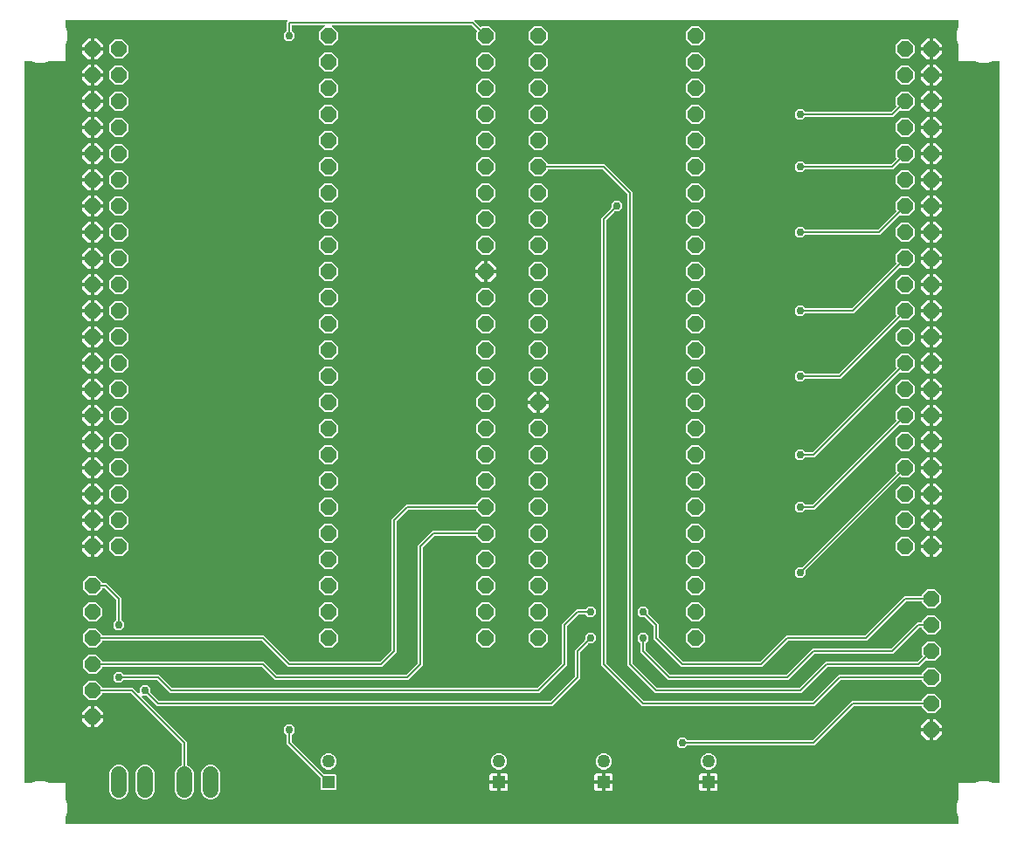
<source format=gbr>
G04 EAGLE Gerber RS-274X export*
G75*
%MOMM*%
%FSLAX34Y34*%
%LPD*%
%INBottom Copper*%
%IPPOS*%
%AMOC8*
5,1,8,0,0,1.08239X$1,22.5*%
G01*
%ADD10R,1.258000X1.258000*%
%ADD11C,1.258000*%
%ADD12P,1.632244X8X112.500000*%
%ADD13P,1.632244X8X292.500000*%
%ADD14C,1.508000*%
%ADD15C,0.152400*%
%ADD16C,0.756400*%

G36*
X939820Y10202D02*
X939820Y10202D01*
X939839Y10200D01*
X939941Y10222D01*
X940043Y10239D01*
X940060Y10248D01*
X940080Y10252D01*
X940169Y10305D01*
X940260Y10354D01*
X940274Y10368D01*
X940291Y10378D01*
X940358Y10457D01*
X940430Y10532D01*
X940438Y10550D01*
X940451Y10565D01*
X940490Y10661D01*
X940533Y10755D01*
X940535Y10775D01*
X940543Y10793D01*
X940561Y10960D01*
X940561Y16176D01*
X940559Y16191D01*
X940561Y16207D01*
X940535Y16373D01*
X939039Y21956D01*
X939039Y28844D01*
X940535Y34427D01*
X940537Y34443D01*
X940543Y34458D01*
X940561Y34624D01*
X940561Y50039D01*
X955976Y50039D01*
X955991Y50041D01*
X956007Y50039D01*
X956173Y50065D01*
X961756Y51561D01*
X968644Y51561D01*
X974227Y50065D01*
X974243Y50063D01*
X974258Y50057D01*
X974424Y50039D01*
X979640Y50039D01*
X979660Y50042D01*
X979679Y50040D01*
X979781Y50062D01*
X979883Y50078D01*
X979900Y50088D01*
X979920Y50092D01*
X980009Y50145D01*
X980100Y50194D01*
X980114Y50208D01*
X980131Y50218D01*
X980198Y50297D01*
X980269Y50372D01*
X980278Y50390D01*
X980291Y50405D01*
X980330Y50501D01*
X980373Y50595D01*
X980375Y50615D01*
X980383Y50633D01*
X980401Y50800D01*
X980401Y749300D01*
X980398Y749320D01*
X980400Y749339D01*
X980378Y749441D01*
X980361Y749543D01*
X980352Y749560D01*
X980348Y749580D01*
X980295Y749669D01*
X980246Y749760D01*
X980232Y749774D01*
X980222Y749791D01*
X980143Y749858D01*
X980068Y749930D01*
X980050Y749938D01*
X980035Y749951D01*
X979939Y749990D01*
X979845Y750033D01*
X979825Y750035D01*
X979807Y750043D01*
X979640Y750061D01*
X974424Y750061D01*
X974409Y750059D01*
X974393Y750061D01*
X974227Y750035D01*
X968644Y748539D01*
X961756Y748539D01*
X956173Y750035D01*
X956157Y750037D01*
X956142Y750043D01*
X955976Y750061D01*
X940561Y750061D01*
X940561Y765476D01*
X940559Y765491D01*
X940561Y765507D01*
X940535Y765673D01*
X939039Y771256D01*
X939039Y778144D01*
X940535Y783727D01*
X940537Y783743D01*
X940543Y783758D01*
X940561Y783924D01*
X940561Y789140D01*
X940558Y789160D01*
X940560Y789179D01*
X940538Y789281D01*
X940522Y789383D01*
X940512Y789400D01*
X940508Y789420D01*
X940455Y789509D01*
X940406Y789600D01*
X940392Y789614D01*
X940382Y789631D01*
X940303Y789698D01*
X940228Y789769D01*
X940210Y789778D01*
X940195Y789791D01*
X940099Y789830D01*
X940005Y789873D01*
X939985Y789875D01*
X939967Y789883D01*
X939800Y789901D01*
X472471Y789901D01*
X472400Y789890D01*
X472328Y789888D01*
X472279Y789870D01*
X472228Y789861D01*
X472164Y789828D01*
X472097Y789803D01*
X472056Y789771D01*
X472010Y789746D01*
X471961Y789694D01*
X471905Y789650D01*
X471877Y789606D01*
X471841Y789568D01*
X471811Y789503D01*
X471772Y789443D01*
X471759Y789392D01*
X471737Y789345D01*
X471730Y789274D01*
X471712Y789204D01*
X471716Y789152D01*
X471710Y789100D01*
X471726Y789030D01*
X471731Y788959D01*
X471752Y788911D01*
X471763Y788860D01*
X471799Y788799D01*
X471827Y788733D01*
X471872Y788677D01*
X471889Y788649D01*
X471906Y788634D01*
X471932Y788602D01*
X472410Y788124D01*
X477269Y783265D01*
X477285Y783253D01*
X477298Y783238D01*
X477385Y783182D01*
X477469Y783121D01*
X477488Y783116D01*
X477505Y783105D01*
X477605Y783079D01*
X477704Y783049D01*
X477724Y783050D01*
X477743Y783045D01*
X477846Y783053D01*
X477950Y783055D01*
X477968Y783062D01*
X477988Y783064D01*
X478083Y783104D01*
X478181Y783140D01*
X478196Y783152D01*
X478215Y783160D01*
X478346Y783265D01*
X478845Y783765D01*
X486355Y783765D01*
X491665Y778455D01*
X491665Y770945D01*
X486355Y765635D01*
X478845Y765635D01*
X473535Y770945D01*
X473535Y778455D01*
X474035Y778954D01*
X474047Y778971D01*
X474062Y778983D01*
X474118Y779070D01*
X474179Y779154D01*
X474184Y779173D01*
X474195Y779190D01*
X474221Y779290D01*
X474251Y779389D01*
X474250Y779409D01*
X474255Y779429D01*
X474247Y779532D01*
X474245Y779635D01*
X474238Y779654D01*
X474236Y779674D01*
X474196Y779769D01*
X474160Y779866D01*
X474148Y779882D01*
X474140Y779900D01*
X474035Y780031D01*
X469176Y784890D01*
X469102Y784943D01*
X469032Y785003D01*
X469002Y785015D01*
X468976Y785034D01*
X468889Y785061D01*
X468804Y785095D01*
X468763Y785099D01*
X468741Y785106D01*
X468709Y785105D01*
X468637Y785113D01*
X334444Y785113D01*
X334373Y785102D01*
X334302Y785100D01*
X334253Y785082D01*
X334201Y785074D01*
X334138Y785040D01*
X334071Y785015D01*
X334030Y784983D01*
X333984Y784958D01*
X333935Y784906D01*
X333879Y784862D01*
X333850Y784818D01*
X333814Y784780D01*
X333784Y784715D01*
X333746Y784655D01*
X333733Y784604D01*
X333711Y784557D01*
X333703Y784486D01*
X333685Y784416D01*
X333690Y784364D01*
X333684Y784313D01*
X333699Y784242D01*
X333705Y784171D01*
X333725Y784123D01*
X333736Y784072D01*
X333773Y784011D01*
X333801Y783945D01*
X333846Y783889D01*
X333862Y783861D01*
X333880Y783846D01*
X333906Y783814D01*
X339265Y778455D01*
X339265Y770945D01*
X333955Y765635D01*
X326445Y765635D01*
X321135Y770945D01*
X321135Y778455D01*
X326494Y783814D01*
X326536Y783872D01*
X326586Y783924D01*
X326607Y783971D01*
X326638Y784013D01*
X326659Y784082D01*
X326689Y784147D01*
X326695Y784199D01*
X326710Y784249D01*
X326708Y784320D01*
X326716Y784391D01*
X326705Y784442D01*
X326704Y784494D01*
X326679Y784562D01*
X326664Y784632D01*
X326637Y784677D01*
X326619Y784725D01*
X326575Y784781D01*
X326538Y784843D01*
X326498Y784877D01*
X326466Y784917D01*
X326405Y784956D01*
X326351Y785003D01*
X326303Y785022D01*
X326259Y785050D01*
X326189Y785068D01*
X326123Y785095D01*
X326051Y785103D01*
X326020Y785111D01*
X325997Y785109D01*
X325956Y785113D01*
X295148Y785113D01*
X295128Y785110D01*
X295109Y785112D01*
X295007Y785090D01*
X294905Y785074D01*
X294888Y785064D01*
X294868Y785060D01*
X294779Y785007D01*
X294688Y784958D01*
X294674Y784944D01*
X294657Y784934D01*
X294590Y784855D01*
X294518Y784780D01*
X294510Y784762D01*
X294497Y784747D01*
X294458Y784651D01*
X294415Y784557D01*
X294413Y784537D01*
X294405Y784519D01*
X294387Y784352D01*
X294387Y780233D01*
X294401Y780143D01*
X294409Y780052D01*
X294421Y780023D01*
X294426Y779991D01*
X294469Y779910D01*
X294505Y779826D01*
X294531Y779794D01*
X294542Y779773D01*
X294565Y779751D01*
X294610Y779695D01*
X297407Y776898D01*
X297407Y772502D01*
X294298Y769393D01*
X289902Y769393D01*
X286793Y772502D01*
X286793Y776898D01*
X289590Y779695D01*
X289643Y779769D01*
X289703Y779839D01*
X289715Y779869D01*
X289734Y779895D01*
X289761Y779982D01*
X289795Y780067D01*
X289799Y780108D01*
X289806Y780130D01*
X289805Y780162D01*
X289813Y780233D01*
X289813Y788347D01*
X290068Y788602D01*
X290110Y788660D01*
X290159Y788712D01*
X290181Y788759D01*
X290211Y788801D01*
X290232Y788870D01*
X290263Y788935D01*
X290268Y788987D01*
X290284Y789036D01*
X290282Y789108D01*
X290290Y789179D01*
X290279Y789230D01*
X290277Y789282D01*
X290253Y789350D01*
X290237Y789420D01*
X290211Y789464D01*
X290193Y789513D01*
X290148Y789569D01*
X290111Y789631D01*
X290072Y789665D01*
X290039Y789705D01*
X289979Y789744D01*
X289924Y789791D01*
X289876Y789810D01*
X289832Y789838D01*
X289763Y789856D01*
X289696Y789883D01*
X289625Y789891D01*
X289594Y789898D01*
X289570Y789897D01*
X289529Y789901D01*
X76200Y789901D01*
X76180Y789898D01*
X76161Y789900D01*
X76059Y789878D01*
X75957Y789861D01*
X75940Y789852D01*
X75920Y789848D01*
X75831Y789795D01*
X75740Y789746D01*
X75726Y789732D01*
X75709Y789722D01*
X75642Y789643D01*
X75571Y789568D01*
X75562Y789550D01*
X75549Y789535D01*
X75510Y789439D01*
X75467Y789345D01*
X75465Y789325D01*
X75457Y789307D01*
X75439Y789140D01*
X75439Y783924D01*
X75441Y783909D01*
X75439Y783893D01*
X75465Y783727D01*
X76961Y778144D01*
X76961Y771256D01*
X75465Y765673D01*
X75463Y765657D01*
X75457Y765642D01*
X75439Y765476D01*
X75439Y750061D01*
X60024Y750061D01*
X60009Y750059D01*
X59993Y750061D01*
X59827Y750035D01*
X54244Y748539D01*
X47356Y748539D01*
X41773Y750035D01*
X41757Y750037D01*
X41742Y750043D01*
X41576Y750061D01*
X36360Y750061D01*
X36340Y750058D01*
X36321Y750060D01*
X36219Y750038D01*
X36117Y750022D01*
X36100Y750012D01*
X36080Y750008D01*
X35991Y749955D01*
X35900Y749906D01*
X35886Y749892D01*
X35869Y749882D01*
X35802Y749803D01*
X35731Y749728D01*
X35722Y749710D01*
X35709Y749695D01*
X35670Y749599D01*
X35627Y749505D01*
X35625Y749485D01*
X35617Y749467D01*
X35599Y749300D01*
X35599Y50800D01*
X35602Y50780D01*
X35600Y50761D01*
X35622Y50659D01*
X35639Y50557D01*
X35648Y50540D01*
X35652Y50520D01*
X35705Y50431D01*
X35754Y50340D01*
X35768Y50326D01*
X35778Y50309D01*
X35857Y50242D01*
X35932Y50171D01*
X35950Y50162D01*
X35965Y50149D01*
X36061Y50110D01*
X36155Y50067D01*
X36175Y50065D01*
X36193Y50057D01*
X36360Y50039D01*
X41576Y50039D01*
X41591Y50041D01*
X41607Y50039D01*
X41773Y50065D01*
X47356Y51561D01*
X54244Y51561D01*
X59827Y50065D01*
X59843Y50063D01*
X59858Y50057D01*
X60024Y50039D01*
X75439Y50039D01*
X75439Y34624D01*
X75441Y34609D01*
X75439Y34593D01*
X75465Y34427D01*
X76961Y28844D01*
X76961Y21956D01*
X75465Y16373D01*
X75463Y16357D01*
X75457Y16342D01*
X75439Y16176D01*
X75439Y10960D01*
X75442Y10940D01*
X75440Y10921D01*
X75462Y10819D01*
X75479Y10717D01*
X75488Y10700D01*
X75492Y10680D01*
X75545Y10591D01*
X75594Y10500D01*
X75608Y10486D01*
X75618Y10469D01*
X75697Y10402D01*
X75772Y10331D01*
X75790Y10322D01*
X75805Y10309D01*
X75901Y10270D01*
X75995Y10227D01*
X76015Y10225D01*
X76033Y10217D01*
X76200Y10199D01*
X939800Y10199D01*
X939820Y10202D01*
G37*
%LPC*%
G36*
X646753Y137413D02*
X646753Y137413D01*
X620013Y164153D01*
X620013Y621037D01*
X619999Y621128D01*
X619991Y621218D01*
X619979Y621248D01*
X619974Y621280D01*
X619931Y621361D01*
X619895Y621445D01*
X619869Y621477D01*
X619858Y621498D01*
X619835Y621520D01*
X619790Y621576D01*
X596176Y645190D01*
X596102Y645243D01*
X596032Y645303D01*
X596002Y645315D01*
X595976Y645334D01*
X595889Y645361D01*
X595804Y645395D01*
X595763Y645399D01*
X595741Y645406D01*
X595709Y645405D01*
X595637Y645413D01*
X543226Y645413D01*
X543206Y645410D01*
X543187Y645412D01*
X543085Y645390D01*
X542983Y645374D01*
X542966Y645364D01*
X542946Y645360D01*
X542857Y645307D01*
X542766Y645258D01*
X542752Y645244D01*
X542735Y645234D01*
X542668Y645155D01*
X542596Y645080D01*
X542588Y645062D01*
X542575Y645047D01*
X542536Y644951D01*
X542493Y644857D01*
X542491Y644837D01*
X542483Y644819D01*
X542465Y644652D01*
X542465Y643945D01*
X537155Y638635D01*
X529645Y638635D01*
X524335Y643945D01*
X524335Y651455D01*
X529645Y656765D01*
X537155Y656765D01*
X542465Y651455D01*
X542465Y650748D01*
X542468Y650728D01*
X542466Y650709D01*
X542488Y650607D01*
X542504Y650505D01*
X542514Y650488D01*
X542518Y650468D01*
X542571Y650379D01*
X542620Y650288D01*
X542634Y650274D01*
X542644Y650257D01*
X542723Y650190D01*
X542798Y650118D01*
X542816Y650110D01*
X542831Y650097D01*
X542927Y650058D01*
X543021Y650015D01*
X543041Y650013D01*
X543059Y650005D01*
X543226Y649987D01*
X597847Y649987D01*
X624587Y623247D01*
X624587Y166363D01*
X624601Y166272D01*
X624609Y166182D01*
X624621Y166152D01*
X624626Y166120D01*
X624669Y166039D01*
X624705Y165955D01*
X624731Y165923D01*
X624742Y165902D01*
X624765Y165880D01*
X624810Y165824D01*
X648424Y142210D01*
X648498Y142157D01*
X648568Y142097D01*
X648598Y142085D01*
X648624Y142066D01*
X648711Y142039D01*
X648796Y142005D01*
X648837Y142001D01*
X648859Y141994D01*
X648891Y141995D01*
X648963Y141987D01*
X786137Y141987D01*
X786228Y142001D01*
X786318Y142009D01*
X786348Y142021D01*
X786380Y142026D01*
X786461Y142069D01*
X786545Y142105D01*
X786577Y142131D01*
X786598Y142142D01*
X786620Y142165D01*
X786676Y142210D01*
X811853Y167387D01*
X900437Y167387D01*
X900528Y167401D01*
X900618Y167409D01*
X900648Y167421D01*
X900680Y167426D01*
X900761Y167469D01*
X900845Y167505D01*
X900877Y167531D01*
X900898Y167542D01*
X900920Y167565D01*
X900976Y167610D01*
X905835Y172469D01*
X905847Y172485D01*
X905862Y172498D01*
X905918Y172585D01*
X905979Y172669D01*
X905984Y172688D01*
X905995Y172705D01*
X906021Y172805D01*
X906051Y172904D01*
X906050Y172924D01*
X906055Y172943D01*
X906047Y173046D01*
X906045Y173150D01*
X906038Y173168D01*
X906036Y173188D01*
X905996Y173283D01*
X905960Y173381D01*
X905948Y173396D01*
X905940Y173415D01*
X905835Y173546D01*
X905335Y174045D01*
X905335Y181555D01*
X910645Y186865D01*
X918155Y186865D01*
X923465Y181555D01*
X923465Y174045D01*
X918155Y168735D01*
X910645Y168735D01*
X910146Y169235D01*
X910129Y169247D01*
X910117Y169262D01*
X910030Y169318D01*
X909946Y169379D01*
X909927Y169384D01*
X909910Y169395D01*
X909810Y169421D01*
X909711Y169451D01*
X909691Y169450D01*
X909671Y169455D01*
X909568Y169447D01*
X909465Y169445D01*
X909446Y169438D01*
X909426Y169436D01*
X909331Y169396D01*
X909234Y169360D01*
X909218Y169348D01*
X909200Y169340D01*
X909069Y169235D01*
X904210Y164376D01*
X902647Y162813D01*
X814063Y162813D01*
X813972Y162799D01*
X813882Y162791D01*
X813852Y162779D01*
X813820Y162774D01*
X813739Y162731D01*
X813655Y162695D01*
X813623Y162669D01*
X813602Y162658D01*
X813580Y162635D01*
X813524Y162590D01*
X788347Y137413D01*
X646753Y137413D01*
G37*
%LPD*%
%LPC*%
G36*
X634053Y124713D02*
X634053Y124713D01*
X594613Y164153D01*
X594613Y597847D01*
X604070Y607304D01*
X604123Y607378D01*
X604183Y607448D01*
X604195Y607478D01*
X604214Y607504D01*
X604241Y607591D01*
X604275Y607676D01*
X604279Y607717D01*
X604286Y607739D01*
X604285Y607771D01*
X604293Y607843D01*
X604293Y611798D01*
X607402Y614907D01*
X611798Y614907D01*
X614907Y611798D01*
X614907Y607402D01*
X611798Y604293D01*
X607843Y604293D01*
X607752Y604279D01*
X607662Y604271D01*
X607632Y604259D01*
X607600Y604254D01*
X607519Y604211D01*
X607435Y604175D01*
X607403Y604149D01*
X607382Y604138D01*
X607360Y604115D01*
X607304Y604070D01*
X599410Y596176D01*
X599357Y596102D01*
X599297Y596032D01*
X599285Y596002D01*
X599266Y595976D01*
X599239Y595889D01*
X599205Y595804D01*
X599201Y595763D01*
X599194Y595741D01*
X599195Y595709D01*
X599187Y595637D01*
X599187Y166363D01*
X599201Y166272D01*
X599209Y166182D01*
X599221Y166152D01*
X599226Y166120D01*
X599269Y166039D01*
X599305Y165955D01*
X599331Y165923D01*
X599342Y165902D01*
X599365Y165880D01*
X599410Y165824D01*
X635724Y129510D01*
X635798Y129457D01*
X635868Y129397D01*
X635898Y129385D01*
X635924Y129366D01*
X636011Y129339D01*
X636096Y129305D01*
X636137Y129301D01*
X636159Y129294D01*
X636191Y129295D01*
X636263Y129287D01*
X798837Y129287D01*
X798928Y129301D01*
X799018Y129309D01*
X799048Y129321D01*
X799080Y129326D01*
X799161Y129369D01*
X799245Y129405D01*
X799277Y129431D01*
X799298Y129442D01*
X799320Y129465D01*
X799376Y129510D01*
X824553Y154687D01*
X904574Y154687D01*
X904594Y154690D01*
X904613Y154688D01*
X904715Y154710D01*
X904817Y154726D01*
X904834Y154736D01*
X904854Y154740D01*
X904943Y154793D01*
X905034Y154842D01*
X905048Y154856D01*
X905065Y154866D01*
X905132Y154945D01*
X905204Y155020D01*
X905212Y155038D01*
X905225Y155053D01*
X905264Y155149D01*
X905307Y155243D01*
X905309Y155263D01*
X905317Y155281D01*
X905335Y155448D01*
X905335Y156155D01*
X910645Y161465D01*
X918155Y161465D01*
X923465Y156155D01*
X923465Y148645D01*
X918155Y143335D01*
X910645Y143335D01*
X905335Y148645D01*
X905335Y149352D01*
X905332Y149372D01*
X905334Y149391D01*
X905312Y149493D01*
X905296Y149595D01*
X905286Y149612D01*
X905282Y149632D01*
X905229Y149721D01*
X905180Y149812D01*
X905166Y149826D01*
X905156Y149843D01*
X905077Y149910D01*
X905002Y149982D01*
X904984Y149990D01*
X904969Y150003D01*
X904873Y150042D01*
X904779Y150085D01*
X904759Y150087D01*
X904741Y150095D01*
X904574Y150113D01*
X826763Y150113D01*
X826672Y150099D01*
X826582Y150091D01*
X826552Y150079D01*
X826520Y150074D01*
X826439Y150031D01*
X826355Y149995D01*
X826323Y149969D01*
X826302Y149958D01*
X826280Y149935D01*
X826224Y149890D01*
X801047Y124713D01*
X634053Y124713D01*
G37*
%LPD*%
%LPC*%
G36*
X188697Y34195D02*
X188697Y34195D01*
X185365Y35575D01*
X182815Y38125D01*
X181435Y41457D01*
X181435Y60143D01*
X182815Y63475D01*
X185365Y66025D01*
X187743Y67010D01*
X187843Y67072D01*
X187943Y67131D01*
X187947Y67136D01*
X187952Y67139D01*
X188027Y67230D01*
X188103Y67318D01*
X188105Y67324D01*
X188109Y67329D01*
X188151Y67437D01*
X188195Y67546D01*
X188196Y67554D01*
X188197Y67558D01*
X188198Y67577D01*
X188213Y67713D01*
X188213Y87637D01*
X188199Y87728D01*
X188191Y87818D01*
X188179Y87848D01*
X188174Y87880D01*
X188131Y87961D01*
X188095Y88045D01*
X188069Y88077D01*
X188058Y88098D01*
X188035Y88120D01*
X187990Y88176D01*
X138976Y137190D01*
X138902Y137243D01*
X138832Y137303D01*
X138802Y137315D01*
X138776Y137334D01*
X138689Y137361D01*
X138604Y137395D01*
X138563Y137399D01*
X138541Y137406D01*
X138509Y137405D01*
X138438Y137413D01*
X111426Y137413D01*
X111406Y137410D01*
X111387Y137412D01*
X111285Y137390D01*
X111183Y137374D01*
X111166Y137364D01*
X111146Y137360D01*
X111057Y137307D01*
X110966Y137258D01*
X110952Y137244D01*
X110935Y137234D01*
X110868Y137155D01*
X110796Y137080D01*
X110788Y137062D01*
X110775Y137047D01*
X110736Y136951D01*
X110693Y136857D01*
X110691Y136837D01*
X110683Y136819D01*
X110665Y136652D01*
X110665Y135945D01*
X105355Y130635D01*
X97845Y130635D01*
X92535Y135945D01*
X92535Y143455D01*
X97845Y148765D01*
X105355Y148765D01*
X110665Y143455D01*
X110665Y142748D01*
X110668Y142728D01*
X110666Y142709D01*
X110688Y142607D01*
X110704Y142505D01*
X110714Y142488D01*
X110718Y142468D01*
X110771Y142379D01*
X110820Y142288D01*
X110834Y142274D01*
X110844Y142257D01*
X110923Y142190D01*
X110998Y142118D01*
X111016Y142110D01*
X111031Y142097D01*
X111127Y142058D01*
X111221Y142015D01*
X111241Y142013D01*
X111259Y142005D01*
X111426Y141987D01*
X140647Y141987D01*
X142210Y140424D01*
X145794Y136840D01*
X145852Y136798D01*
X145904Y136749D01*
X145951Y136727D01*
X145993Y136697D01*
X146062Y136676D01*
X146127Y136645D01*
X146179Y136640D01*
X146229Y136624D01*
X146300Y136626D01*
X146371Y136618D01*
X146422Y136629D01*
X146474Y136631D01*
X146542Y136655D01*
X146612Y136670D01*
X146656Y136697D01*
X146705Y136715D01*
X146761Y136760D01*
X146823Y136797D01*
X146857Y136836D01*
X146897Y136869D01*
X146936Y136929D01*
X146983Y136984D01*
X147002Y137032D01*
X147030Y137076D01*
X147048Y137145D01*
X147075Y137212D01*
X147083Y137283D01*
X147091Y137314D01*
X147089Y137338D01*
X147093Y137378D01*
X147093Y141898D01*
X150202Y145007D01*
X154598Y145007D01*
X157707Y141898D01*
X157707Y137943D01*
X157721Y137852D01*
X157729Y137762D01*
X157741Y137732D01*
X157746Y137700D01*
X157789Y137619D01*
X157825Y137535D01*
X157851Y137503D01*
X157862Y137482D01*
X157885Y137460D01*
X157930Y137404D01*
X165824Y129510D01*
X165898Y129457D01*
X165968Y129397D01*
X165998Y129385D01*
X166024Y129366D01*
X166111Y129339D01*
X166196Y129305D01*
X166237Y129301D01*
X166259Y129294D01*
X166291Y129295D01*
X166363Y129287D01*
X544838Y129287D01*
X544928Y129301D01*
X545019Y129309D01*
X545048Y129321D01*
X545080Y129326D01*
X545161Y129369D01*
X545245Y129405D01*
X545277Y129431D01*
X545298Y129442D01*
X545320Y129465D01*
X545376Y129510D01*
X568990Y153124D01*
X569043Y153198D01*
X569103Y153268D01*
X569115Y153298D01*
X569134Y153324D01*
X569161Y153411D01*
X569195Y153496D01*
X569199Y153537D01*
X569206Y153559D01*
X569205Y153591D01*
X569213Y153663D01*
X569213Y178747D01*
X578670Y188204D01*
X578723Y188278D01*
X578783Y188348D01*
X578795Y188378D01*
X578814Y188404D01*
X578841Y188491D01*
X578875Y188576D01*
X578879Y188617D01*
X578886Y188639D01*
X578885Y188671D01*
X578893Y188743D01*
X578893Y192698D01*
X582002Y195807D01*
X586398Y195807D01*
X589507Y192698D01*
X589507Y188302D01*
X586398Y185193D01*
X582443Y185193D01*
X582352Y185179D01*
X582262Y185171D01*
X582232Y185159D01*
X582200Y185154D01*
X582119Y185111D01*
X582035Y185075D01*
X582003Y185049D01*
X581982Y185038D01*
X581960Y185015D01*
X581904Y184970D01*
X574010Y177076D01*
X573957Y177002D01*
X573897Y176932D01*
X573885Y176902D01*
X573866Y176876D01*
X573839Y176789D01*
X573805Y176704D01*
X573801Y176663D01*
X573794Y176641D01*
X573795Y176609D01*
X573787Y176537D01*
X573787Y151453D01*
X548610Y126276D01*
X547047Y124713D01*
X164153Y124713D01*
X154696Y134170D01*
X154622Y134223D01*
X154552Y134283D01*
X154522Y134295D01*
X154496Y134314D01*
X154409Y134341D01*
X154324Y134375D01*
X154283Y134379D01*
X154261Y134386D01*
X154229Y134385D01*
X154157Y134393D01*
X150078Y134393D01*
X150008Y134382D01*
X149936Y134380D01*
X149887Y134362D01*
X149836Y134354D01*
X149772Y134320D01*
X149705Y134295D01*
X149664Y134263D01*
X149618Y134238D01*
X149569Y134186D01*
X149513Y134142D01*
X149485Y134098D01*
X149449Y134060D01*
X149419Y133995D01*
X149380Y133935D01*
X149367Y133884D01*
X149345Y133837D01*
X149337Y133766D01*
X149320Y133696D01*
X149324Y133644D01*
X149318Y133593D01*
X149333Y133522D01*
X149339Y133451D01*
X149359Y133403D01*
X149370Y133352D01*
X149407Y133291D01*
X149435Y133225D01*
X149480Y133169D01*
X149497Y133141D01*
X149514Y133126D01*
X149540Y133094D01*
X192787Y89847D01*
X192787Y67713D01*
X192806Y67598D01*
X192823Y67482D01*
X192825Y67476D01*
X192826Y67470D01*
X192881Y67368D01*
X192934Y67263D01*
X192939Y67258D01*
X192942Y67253D01*
X193026Y67173D01*
X193110Y67091D01*
X193116Y67087D01*
X193120Y67084D01*
X193137Y67076D01*
X193257Y67010D01*
X195635Y66025D01*
X198185Y63475D01*
X199565Y60143D01*
X199565Y41457D01*
X198185Y38125D01*
X195635Y35575D01*
X192303Y34195D01*
X188697Y34195D01*
G37*
%LPD*%
%LPC*%
G36*
X291153Y162813D02*
X291153Y162813D01*
X265976Y187990D01*
X265902Y188043D01*
X265832Y188103D01*
X265802Y188115D01*
X265776Y188134D01*
X265689Y188161D01*
X265604Y188195D01*
X265563Y188199D01*
X265541Y188206D01*
X265509Y188205D01*
X265437Y188213D01*
X111426Y188213D01*
X111406Y188210D01*
X111387Y188212D01*
X111285Y188190D01*
X111183Y188174D01*
X111166Y188164D01*
X111146Y188160D01*
X111057Y188107D01*
X110966Y188058D01*
X110952Y188044D01*
X110935Y188034D01*
X110868Y187955D01*
X110796Y187880D01*
X110788Y187862D01*
X110775Y187847D01*
X110736Y187751D01*
X110693Y187657D01*
X110691Y187637D01*
X110683Y187619D01*
X110665Y187452D01*
X110665Y186745D01*
X105355Y181435D01*
X97845Y181435D01*
X92535Y186745D01*
X92535Y194255D01*
X97845Y199565D01*
X105355Y199565D01*
X110665Y194255D01*
X110665Y193548D01*
X110668Y193528D01*
X110666Y193509D01*
X110688Y193407D01*
X110704Y193305D01*
X110714Y193288D01*
X110718Y193268D01*
X110771Y193179D01*
X110820Y193088D01*
X110834Y193074D01*
X110844Y193057D01*
X110923Y192990D01*
X110998Y192918D01*
X111016Y192910D01*
X111031Y192897D01*
X111127Y192858D01*
X111221Y192815D01*
X111241Y192813D01*
X111259Y192805D01*
X111426Y192787D01*
X267647Y192787D01*
X292824Y167610D01*
X292898Y167557D01*
X292968Y167497D01*
X292998Y167485D01*
X293024Y167466D01*
X293111Y167439D01*
X293196Y167405D01*
X293237Y167401D01*
X293259Y167394D01*
X293291Y167395D01*
X293363Y167387D01*
X379737Y167387D01*
X379828Y167401D01*
X379918Y167409D01*
X379948Y167421D01*
X379980Y167426D01*
X380061Y167469D01*
X380145Y167505D01*
X380177Y167531D01*
X380198Y167542D01*
X380220Y167565D01*
X380276Y167610D01*
X391190Y178524D01*
X391243Y178598D01*
X391303Y178668D01*
X391315Y178698D01*
X391334Y178724D01*
X391361Y178811D01*
X391395Y178896D01*
X391399Y178937D01*
X391406Y178959D01*
X391405Y178991D01*
X391413Y179063D01*
X391413Y305747D01*
X405453Y319787D01*
X472774Y319787D01*
X472794Y319790D01*
X472813Y319788D01*
X472915Y319810D01*
X473017Y319826D01*
X473034Y319836D01*
X473054Y319840D01*
X473143Y319893D01*
X473234Y319942D01*
X473248Y319956D01*
X473265Y319966D01*
X473332Y320045D01*
X473404Y320120D01*
X473412Y320138D01*
X473425Y320153D01*
X473464Y320249D01*
X473507Y320343D01*
X473509Y320363D01*
X473517Y320381D01*
X473535Y320548D01*
X473535Y321255D01*
X478845Y326565D01*
X486355Y326565D01*
X491665Y321255D01*
X491665Y313745D01*
X486355Y308435D01*
X478845Y308435D01*
X473535Y313745D01*
X473535Y314452D01*
X473532Y314472D01*
X473534Y314491D01*
X473512Y314593D01*
X473496Y314695D01*
X473486Y314712D01*
X473482Y314732D01*
X473429Y314821D01*
X473380Y314912D01*
X473366Y314926D01*
X473356Y314943D01*
X473277Y315010D01*
X473202Y315082D01*
X473184Y315090D01*
X473169Y315103D01*
X473073Y315142D01*
X472979Y315185D01*
X472959Y315187D01*
X472941Y315195D01*
X472774Y315213D01*
X407663Y315213D01*
X407572Y315199D01*
X407482Y315191D01*
X407452Y315179D01*
X407420Y315174D01*
X407339Y315131D01*
X407255Y315095D01*
X407223Y315069D01*
X407202Y315058D01*
X407180Y315035D01*
X407124Y314990D01*
X396210Y304076D01*
X396157Y304002D01*
X396097Y303932D01*
X396085Y303902D01*
X396066Y303876D01*
X396039Y303789D01*
X396005Y303704D01*
X396001Y303663D01*
X395994Y303641D01*
X395995Y303609D01*
X395987Y303537D01*
X395987Y176853D01*
X381947Y162813D01*
X291153Y162813D01*
G37*
%LPD*%
%LPC*%
G36*
X278453Y150113D02*
X278453Y150113D01*
X265976Y162590D01*
X265902Y162643D01*
X265832Y162703D01*
X265802Y162715D01*
X265776Y162734D01*
X265689Y162761D01*
X265604Y162795D01*
X265563Y162799D01*
X265541Y162806D01*
X265509Y162805D01*
X265437Y162813D01*
X111426Y162813D01*
X111406Y162810D01*
X111387Y162812D01*
X111285Y162790D01*
X111183Y162774D01*
X111166Y162764D01*
X111146Y162760D01*
X111057Y162707D01*
X110966Y162658D01*
X110952Y162644D01*
X110935Y162634D01*
X110868Y162555D01*
X110796Y162480D01*
X110788Y162462D01*
X110775Y162447D01*
X110736Y162351D01*
X110693Y162257D01*
X110691Y162237D01*
X110683Y162219D01*
X110665Y162052D01*
X110665Y161345D01*
X105355Y156035D01*
X97845Y156035D01*
X92535Y161345D01*
X92535Y168855D01*
X97845Y174165D01*
X105355Y174165D01*
X110665Y168855D01*
X110665Y168148D01*
X110668Y168128D01*
X110666Y168109D01*
X110688Y168007D01*
X110704Y167905D01*
X110714Y167888D01*
X110718Y167868D01*
X110771Y167779D01*
X110820Y167688D01*
X110834Y167674D01*
X110844Y167657D01*
X110923Y167590D01*
X110998Y167518D01*
X111016Y167510D01*
X111031Y167497D01*
X111127Y167458D01*
X111221Y167415D01*
X111241Y167413D01*
X111259Y167405D01*
X111426Y167387D01*
X267647Y167387D01*
X280124Y154910D01*
X280198Y154857D01*
X280268Y154797D01*
X280298Y154785D01*
X280324Y154766D01*
X280411Y154739D01*
X280496Y154705D01*
X280537Y154701D01*
X280559Y154694D01*
X280591Y154695D01*
X280663Y154687D01*
X405137Y154687D01*
X405228Y154701D01*
X405318Y154709D01*
X405348Y154721D01*
X405380Y154726D01*
X405461Y154769D01*
X405545Y154805D01*
X405577Y154831D01*
X405598Y154842D01*
X405620Y154865D01*
X405676Y154910D01*
X416590Y165824D01*
X416643Y165898D01*
X416703Y165968D01*
X416715Y165998D01*
X416734Y166024D01*
X416761Y166111D01*
X416795Y166196D01*
X416799Y166237D01*
X416806Y166259D01*
X416805Y166291D01*
X416813Y166363D01*
X416813Y280347D01*
X430853Y294387D01*
X472774Y294387D01*
X472794Y294390D01*
X472813Y294388D01*
X472915Y294410D01*
X473017Y294426D01*
X473034Y294436D01*
X473054Y294440D01*
X473143Y294493D01*
X473234Y294542D01*
X473248Y294556D01*
X473265Y294566D01*
X473332Y294645D01*
X473404Y294720D01*
X473412Y294738D01*
X473425Y294753D01*
X473464Y294849D01*
X473507Y294943D01*
X473509Y294963D01*
X473517Y294981D01*
X473535Y295148D01*
X473535Y295855D01*
X478845Y301165D01*
X486355Y301165D01*
X491665Y295855D01*
X491665Y288345D01*
X486355Y283035D01*
X478845Y283035D01*
X473535Y288345D01*
X473535Y289052D01*
X473532Y289072D01*
X473534Y289091D01*
X473512Y289193D01*
X473496Y289295D01*
X473486Y289312D01*
X473482Y289332D01*
X473429Y289421D01*
X473380Y289512D01*
X473366Y289526D01*
X473356Y289543D01*
X473277Y289610D01*
X473202Y289682D01*
X473184Y289690D01*
X473169Y289703D01*
X473073Y289742D01*
X472979Y289785D01*
X472959Y289787D01*
X472941Y289795D01*
X472774Y289813D01*
X433063Y289813D01*
X432972Y289799D01*
X432882Y289791D01*
X432852Y289779D01*
X432820Y289774D01*
X432739Y289731D01*
X432655Y289695D01*
X432623Y289669D01*
X432602Y289658D01*
X432580Y289635D01*
X432524Y289590D01*
X421610Y278676D01*
X421565Y278613D01*
X421540Y278587D01*
X421535Y278577D01*
X421497Y278532D01*
X421485Y278502D01*
X421466Y278476D01*
X421439Y278389D01*
X421405Y278304D01*
X421401Y278263D01*
X421394Y278241D01*
X421395Y278209D01*
X421387Y278137D01*
X421387Y164153D01*
X407347Y150113D01*
X278453Y150113D01*
G37*
%LPD*%
%LPC*%
G36*
X176853Y137413D02*
X176853Y137413D01*
X164376Y149890D01*
X164302Y149943D01*
X164232Y150003D01*
X164202Y150015D01*
X164176Y150034D01*
X164089Y150061D01*
X164004Y150095D01*
X163963Y150099D01*
X163941Y150106D01*
X163909Y150105D01*
X163837Y150113D01*
X132533Y150113D01*
X132443Y150099D01*
X132352Y150091D01*
X132323Y150079D01*
X132291Y150074D01*
X132210Y150031D01*
X132126Y149995D01*
X132094Y149969D01*
X132073Y149958D01*
X132051Y149935D01*
X131995Y149890D01*
X129198Y147093D01*
X124802Y147093D01*
X121693Y150202D01*
X121693Y154598D01*
X124802Y157707D01*
X129198Y157707D01*
X131995Y154910D01*
X132069Y154857D01*
X132139Y154797D01*
X132169Y154785D01*
X132195Y154766D01*
X132282Y154739D01*
X132367Y154705D01*
X132408Y154701D01*
X132430Y154694D01*
X132462Y154695D01*
X132533Y154687D01*
X166047Y154687D01*
X178524Y142210D01*
X178598Y142157D01*
X178668Y142097D01*
X178698Y142085D01*
X178724Y142066D01*
X178811Y142039D01*
X178896Y142005D01*
X178937Y142001D01*
X178959Y141994D01*
X178991Y141995D01*
X179063Y141987D01*
X532137Y141987D01*
X532228Y142001D01*
X532318Y142009D01*
X532348Y142021D01*
X532380Y142026D01*
X532461Y142069D01*
X532545Y142105D01*
X532577Y142131D01*
X532598Y142142D01*
X532620Y142165D01*
X532676Y142210D01*
X556290Y165824D01*
X556343Y165898D01*
X556403Y165968D01*
X556415Y165998D01*
X556434Y166024D01*
X556461Y166111D01*
X556495Y166196D01*
X556499Y166237D01*
X556506Y166259D01*
X556505Y166291D01*
X556513Y166363D01*
X556513Y204147D01*
X570553Y218187D01*
X578667Y218187D01*
X578757Y218201D01*
X578848Y218209D01*
X578877Y218221D01*
X578909Y218226D01*
X578990Y218269D01*
X579074Y218305D01*
X579106Y218331D01*
X579127Y218342D01*
X579149Y218365D01*
X579205Y218410D01*
X582002Y221207D01*
X586398Y221207D01*
X589507Y218098D01*
X589507Y213702D01*
X586398Y210593D01*
X582002Y210593D01*
X579205Y213390D01*
X579131Y213443D01*
X579061Y213503D01*
X579031Y213515D01*
X579005Y213534D01*
X578918Y213561D01*
X578833Y213595D01*
X578792Y213599D01*
X578770Y213606D01*
X578738Y213605D01*
X578667Y213613D01*
X572763Y213613D01*
X572672Y213599D01*
X572582Y213591D01*
X572552Y213579D01*
X572520Y213574D01*
X572439Y213531D01*
X572355Y213495D01*
X572323Y213469D01*
X572302Y213458D01*
X572280Y213435D01*
X572224Y213390D01*
X561310Y202476D01*
X561257Y202402D01*
X561197Y202332D01*
X561185Y202302D01*
X561166Y202276D01*
X561139Y202189D01*
X561105Y202104D01*
X561101Y202063D01*
X561094Y202041D01*
X561095Y202009D01*
X561087Y201937D01*
X561087Y164153D01*
X534347Y137413D01*
X176853Y137413D01*
G37*
%LPD*%
%LPC*%
G36*
X672153Y162813D02*
X672153Y162813D01*
X645413Y189553D01*
X645413Y201937D01*
X645399Y202028D01*
X645391Y202118D01*
X645379Y202148D01*
X645374Y202180D01*
X645331Y202261D01*
X645295Y202345D01*
X645269Y202377D01*
X645258Y202398D01*
X645235Y202420D01*
X645190Y202476D01*
X637296Y210370D01*
X637222Y210423D01*
X637152Y210483D01*
X637122Y210495D01*
X637096Y210514D01*
X637009Y210541D01*
X636924Y210575D01*
X636883Y210579D01*
X636861Y210586D01*
X636829Y210585D01*
X636757Y210593D01*
X632802Y210593D01*
X629693Y213702D01*
X629693Y218098D01*
X632802Y221207D01*
X637198Y221207D01*
X640307Y218098D01*
X640307Y214143D01*
X640321Y214052D01*
X640329Y213962D01*
X640341Y213932D01*
X640346Y213900D01*
X640389Y213819D01*
X640425Y213735D01*
X640451Y213703D01*
X640462Y213682D01*
X640485Y213660D01*
X640530Y213604D01*
X649987Y204147D01*
X649987Y191763D01*
X650001Y191672D01*
X650009Y191582D01*
X650021Y191552D01*
X650026Y191520D01*
X650069Y191439D01*
X650105Y191355D01*
X650131Y191323D01*
X650142Y191302D01*
X650165Y191280D01*
X650210Y191224D01*
X673824Y167610D01*
X673898Y167557D01*
X673968Y167497D01*
X673998Y167485D01*
X674024Y167466D01*
X674111Y167439D01*
X674196Y167405D01*
X674237Y167401D01*
X674259Y167394D01*
X674291Y167395D01*
X674363Y167387D01*
X748037Y167387D01*
X748128Y167401D01*
X748218Y167409D01*
X748248Y167421D01*
X748280Y167426D01*
X748361Y167469D01*
X748445Y167505D01*
X748477Y167531D01*
X748498Y167542D01*
X748520Y167565D01*
X748576Y167610D01*
X773753Y192787D01*
X849637Y192787D01*
X849728Y192801D01*
X849818Y192809D01*
X849848Y192821D01*
X849880Y192826D01*
X849961Y192869D01*
X850045Y192905D01*
X850077Y192931D01*
X850098Y192942D01*
X850120Y192965D01*
X850176Y193010D01*
X888053Y230887D01*
X904574Y230887D01*
X904594Y230890D01*
X904613Y230888D01*
X904715Y230910D01*
X904817Y230926D01*
X904834Y230936D01*
X904854Y230940D01*
X904943Y230993D01*
X905034Y231042D01*
X905048Y231056D01*
X905065Y231066D01*
X905132Y231145D01*
X905204Y231220D01*
X905212Y231238D01*
X905225Y231253D01*
X905264Y231349D01*
X905307Y231443D01*
X905309Y231463D01*
X905317Y231481D01*
X905335Y231648D01*
X905335Y232355D01*
X910645Y237665D01*
X918155Y237665D01*
X923465Y232355D01*
X923465Y224845D01*
X918155Y219535D01*
X910645Y219535D01*
X905335Y224845D01*
X905335Y225552D01*
X905332Y225572D01*
X905334Y225591D01*
X905312Y225693D01*
X905296Y225795D01*
X905286Y225812D01*
X905282Y225832D01*
X905229Y225921D01*
X905180Y226012D01*
X905166Y226026D01*
X905156Y226043D01*
X905077Y226110D01*
X905002Y226182D01*
X904984Y226190D01*
X904969Y226203D01*
X904873Y226242D01*
X904779Y226285D01*
X904759Y226287D01*
X904741Y226295D01*
X904574Y226313D01*
X890263Y226313D01*
X890172Y226299D01*
X890082Y226291D01*
X890052Y226279D01*
X890020Y226274D01*
X889939Y226231D01*
X889855Y226195D01*
X889823Y226169D01*
X889802Y226158D01*
X889780Y226135D01*
X889724Y226090D01*
X851847Y188213D01*
X775963Y188213D01*
X775872Y188199D01*
X775782Y188191D01*
X775752Y188179D01*
X775720Y188174D01*
X775639Y188131D01*
X775555Y188095D01*
X775523Y188069D01*
X775502Y188058D01*
X775480Y188035D01*
X775424Y187990D01*
X750247Y162813D01*
X672153Y162813D01*
G37*
%LPD*%
%LPC*%
G36*
X659453Y150113D02*
X659453Y150113D01*
X632713Y176853D01*
X632713Y184967D01*
X632699Y185057D01*
X632691Y185148D01*
X632679Y185177D01*
X632674Y185209D01*
X632631Y185290D01*
X632595Y185374D01*
X632569Y185406D01*
X632558Y185427D01*
X632535Y185449D01*
X632490Y185505D01*
X629693Y188302D01*
X629693Y192698D01*
X632802Y195807D01*
X637198Y195807D01*
X640307Y192698D01*
X640307Y188302D01*
X637510Y185505D01*
X637457Y185431D01*
X637397Y185361D01*
X637385Y185331D01*
X637366Y185305D01*
X637339Y185218D01*
X637305Y185133D01*
X637301Y185092D01*
X637294Y185070D01*
X637295Y185038D01*
X637287Y184967D01*
X637287Y179063D01*
X637301Y178972D01*
X637309Y178882D01*
X637321Y178852D01*
X637326Y178820D01*
X637369Y178739D01*
X637405Y178655D01*
X637431Y178623D01*
X637442Y178602D01*
X637465Y178580D01*
X637510Y178524D01*
X661124Y154910D01*
X661198Y154857D01*
X661268Y154797D01*
X661298Y154785D01*
X661324Y154766D01*
X661411Y154739D01*
X661496Y154705D01*
X661537Y154701D01*
X661559Y154694D01*
X661591Y154695D01*
X661663Y154687D01*
X773437Y154687D01*
X773528Y154701D01*
X773618Y154709D01*
X773648Y154721D01*
X773680Y154726D01*
X773761Y154769D01*
X773845Y154805D01*
X773877Y154831D01*
X773898Y154842D01*
X773920Y154865D01*
X773976Y154910D01*
X799153Y180087D01*
X875037Y180087D01*
X875128Y180101D01*
X875218Y180109D01*
X875248Y180121D01*
X875280Y180126D01*
X875361Y180169D01*
X875445Y180205D01*
X875477Y180231D01*
X875498Y180242D01*
X875520Y180265D01*
X875576Y180310D01*
X900753Y205487D01*
X904574Y205487D01*
X904594Y205490D01*
X904613Y205488D01*
X904715Y205510D01*
X904817Y205526D01*
X904834Y205536D01*
X904854Y205540D01*
X904943Y205593D01*
X905034Y205642D01*
X905048Y205656D01*
X905065Y205666D01*
X905132Y205745D01*
X905204Y205820D01*
X905212Y205838D01*
X905225Y205853D01*
X905264Y205949D01*
X905307Y206043D01*
X905309Y206063D01*
X905317Y206081D01*
X905335Y206248D01*
X905335Y206955D01*
X910645Y212265D01*
X918155Y212265D01*
X923465Y206955D01*
X923465Y199445D01*
X918155Y194135D01*
X910645Y194135D01*
X905335Y199445D01*
X905335Y200152D01*
X905332Y200172D01*
X905334Y200191D01*
X905312Y200293D01*
X905296Y200395D01*
X905286Y200412D01*
X905282Y200432D01*
X905229Y200521D01*
X905180Y200612D01*
X905166Y200626D01*
X905156Y200643D01*
X905077Y200710D01*
X905002Y200782D01*
X904984Y200790D01*
X904969Y200803D01*
X904873Y200842D01*
X904779Y200885D01*
X904759Y200887D01*
X904741Y200895D01*
X904574Y200913D01*
X902963Y200913D01*
X902872Y200899D01*
X902782Y200891D01*
X902752Y200879D01*
X902720Y200874D01*
X902639Y200831D01*
X902555Y200795D01*
X902523Y200769D01*
X902502Y200758D01*
X902480Y200735D01*
X902424Y200690D01*
X877247Y175513D01*
X801363Y175513D01*
X801272Y175499D01*
X801182Y175491D01*
X801152Y175479D01*
X801120Y175474D01*
X801039Y175431D01*
X800955Y175395D01*
X800923Y175369D01*
X800902Y175358D01*
X800880Y175335D01*
X800824Y175290D01*
X775647Y150113D01*
X659453Y150113D01*
G37*
%LPD*%
%LPC*%
G36*
X670902Y83593D02*
X670902Y83593D01*
X667793Y86702D01*
X667793Y91098D01*
X670902Y94207D01*
X675298Y94207D01*
X678095Y91410D01*
X678169Y91357D01*
X678239Y91297D01*
X678269Y91285D01*
X678295Y91266D01*
X678382Y91239D01*
X678467Y91205D01*
X678508Y91201D01*
X678530Y91194D01*
X678562Y91195D01*
X678633Y91187D01*
X798837Y91187D01*
X798928Y91201D01*
X799018Y91209D01*
X799048Y91221D01*
X799080Y91226D01*
X799161Y91269D01*
X799245Y91305D01*
X799277Y91331D01*
X799298Y91342D01*
X799320Y91365D01*
X799376Y91410D01*
X837253Y129287D01*
X904574Y129287D01*
X904594Y129290D01*
X904613Y129288D01*
X904715Y129310D01*
X904817Y129326D01*
X904834Y129336D01*
X904854Y129340D01*
X904943Y129393D01*
X905034Y129442D01*
X905048Y129456D01*
X905065Y129466D01*
X905132Y129545D01*
X905204Y129620D01*
X905212Y129638D01*
X905225Y129653D01*
X905264Y129749D01*
X905307Y129843D01*
X905309Y129863D01*
X905317Y129881D01*
X905335Y130048D01*
X905335Y130755D01*
X910645Y136065D01*
X918155Y136065D01*
X923465Y130755D01*
X923465Y123245D01*
X918155Y117935D01*
X910645Y117935D01*
X905335Y123245D01*
X905335Y123952D01*
X905332Y123972D01*
X905334Y123991D01*
X905312Y124093D01*
X905296Y124195D01*
X905286Y124212D01*
X905282Y124232D01*
X905229Y124321D01*
X905180Y124412D01*
X905166Y124426D01*
X905156Y124443D01*
X905077Y124510D01*
X905002Y124582D01*
X904984Y124590D01*
X904969Y124603D01*
X904873Y124642D01*
X904779Y124685D01*
X904759Y124687D01*
X904741Y124695D01*
X904574Y124713D01*
X839463Y124713D01*
X839372Y124699D01*
X839282Y124691D01*
X839252Y124679D01*
X839220Y124674D01*
X839139Y124631D01*
X839055Y124595D01*
X839023Y124569D01*
X839002Y124558D01*
X838980Y124535D01*
X838924Y124490D01*
X801047Y86613D01*
X678633Y86613D01*
X678543Y86599D01*
X678452Y86591D01*
X678423Y86579D01*
X678391Y86574D01*
X678310Y86531D01*
X678226Y86495D01*
X678194Y86469D01*
X678173Y86458D01*
X678151Y86435D01*
X678095Y86390D01*
X675298Y83593D01*
X670902Y83593D01*
G37*
%LPD*%
%LPC*%
G36*
X785202Y248693D02*
X785202Y248693D01*
X782093Y251802D01*
X782093Y256198D01*
X785202Y259307D01*
X789157Y259307D01*
X789248Y259321D01*
X789338Y259329D01*
X789368Y259341D01*
X789400Y259346D01*
X789481Y259389D01*
X789565Y259425D01*
X789597Y259451D01*
X789618Y259462D01*
X789640Y259485D01*
X789696Y259530D01*
X880435Y350269D01*
X880447Y350285D01*
X880462Y350298D01*
X880518Y350385D01*
X880579Y350469D01*
X880584Y350488D01*
X880595Y350505D01*
X880621Y350605D01*
X880651Y350704D01*
X880650Y350724D01*
X880655Y350743D01*
X880647Y350846D01*
X880645Y350950D01*
X880638Y350968D01*
X880636Y350988D01*
X880596Y351083D01*
X880560Y351181D01*
X880548Y351196D01*
X880540Y351215D01*
X880435Y351346D01*
X879935Y351845D01*
X879935Y359355D01*
X885245Y364665D01*
X892755Y364665D01*
X898065Y359355D01*
X898065Y351845D01*
X892755Y346535D01*
X885245Y346535D01*
X884746Y347035D01*
X884729Y347047D01*
X884717Y347062D01*
X884630Y347118D01*
X884546Y347179D01*
X884527Y347184D01*
X884510Y347195D01*
X884410Y347221D01*
X884311Y347251D01*
X884291Y347250D01*
X884271Y347255D01*
X884168Y347247D01*
X884065Y347245D01*
X884046Y347238D01*
X884026Y347236D01*
X883931Y347196D01*
X883834Y347160D01*
X883818Y347148D01*
X883800Y347140D01*
X883669Y347035D01*
X792930Y256296D01*
X792877Y256222D01*
X792817Y256152D01*
X792805Y256122D01*
X792786Y256096D01*
X792759Y256009D01*
X792725Y255924D01*
X792721Y255883D01*
X792714Y255861D01*
X792715Y255829D01*
X792707Y255757D01*
X792707Y251802D01*
X789598Y248693D01*
X785202Y248693D01*
G37*
%LPD*%
%LPC*%
G36*
X785202Y362993D02*
X785202Y362993D01*
X782093Y366102D01*
X782093Y370498D01*
X785202Y373607D01*
X789598Y373607D01*
X792395Y370810D01*
X792469Y370757D01*
X792539Y370697D01*
X792569Y370685D01*
X792595Y370666D01*
X792682Y370639D01*
X792767Y370605D01*
X792808Y370601D01*
X792830Y370594D01*
X792862Y370595D01*
X792933Y370587D01*
X798837Y370587D01*
X798928Y370601D01*
X799018Y370609D01*
X799048Y370621D01*
X799080Y370626D01*
X799161Y370669D01*
X799245Y370705D01*
X799277Y370731D01*
X799298Y370742D01*
X799320Y370765D01*
X799376Y370810D01*
X880435Y451869D01*
X880447Y451885D01*
X880462Y451898D01*
X880518Y451985D01*
X880579Y452069D01*
X880584Y452088D01*
X880595Y452105D01*
X880621Y452205D01*
X880651Y452304D01*
X880650Y452324D01*
X880655Y452343D01*
X880647Y452446D01*
X880645Y452550D01*
X880638Y452568D01*
X880636Y452588D01*
X880596Y452683D01*
X880560Y452781D01*
X880548Y452796D01*
X880540Y452815D01*
X880435Y452946D01*
X879935Y453445D01*
X879935Y460955D01*
X885245Y466265D01*
X892755Y466265D01*
X898065Y460955D01*
X898065Y453445D01*
X892755Y448135D01*
X885245Y448135D01*
X884746Y448635D01*
X884729Y448647D01*
X884717Y448662D01*
X884630Y448718D01*
X884546Y448779D01*
X884527Y448784D01*
X884510Y448795D01*
X884410Y448821D01*
X884311Y448851D01*
X884291Y448850D01*
X884271Y448855D01*
X884168Y448847D01*
X884065Y448845D01*
X884046Y448838D01*
X884026Y448836D01*
X883931Y448796D01*
X883834Y448760D01*
X883818Y448748D01*
X883800Y448740D01*
X883669Y448635D01*
X802610Y367576D01*
X801047Y366013D01*
X792933Y366013D01*
X792843Y365999D01*
X792752Y365991D01*
X792723Y365979D01*
X792691Y365974D01*
X792610Y365931D01*
X792526Y365895D01*
X792494Y365869D01*
X792473Y365858D01*
X792451Y365835D01*
X792395Y365790D01*
X789598Y362993D01*
X785202Y362993D01*
G37*
%LPD*%
%LPC*%
G36*
X785202Y312193D02*
X785202Y312193D01*
X782093Y315302D01*
X782093Y319698D01*
X785202Y322807D01*
X789598Y322807D01*
X792395Y320010D01*
X792469Y319957D01*
X792539Y319897D01*
X792569Y319885D01*
X792595Y319866D01*
X792682Y319839D01*
X792767Y319805D01*
X792808Y319801D01*
X792830Y319794D01*
X792862Y319795D01*
X792933Y319787D01*
X798838Y319787D01*
X798928Y319801D01*
X799019Y319809D01*
X799048Y319821D01*
X799080Y319826D01*
X799161Y319869D01*
X799245Y319905D01*
X799277Y319931D01*
X799298Y319942D01*
X799320Y319965D01*
X799376Y320010D01*
X880435Y401069D01*
X880447Y401085D01*
X880462Y401098D01*
X880518Y401185D01*
X880579Y401269D01*
X880584Y401288D01*
X880595Y401305D01*
X880621Y401405D01*
X880651Y401504D01*
X880650Y401524D01*
X880655Y401543D01*
X880647Y401646D01*
X880645Y401750D01*
X880638Y401768D01*
X880636Y401788D01*
X880596Y401883D01*
X880560Y401981D01*
X880548Y401996D01*
X880540Y402015D01*
X880435Y402146D01*
X879935Y402645D01*
X879935Y410155D01*
X885245Y415465D01*
X892755Y415465D01*
X898065Y410155D01*
X898065Y402645D01*
X892755Y397335D01*
X885245Y397335D01*
X884746Y397835D01*
X884729Y397847D01*
X884717Y397862D01*
X884630Y397918D01*
X884546Y397979D01*
X884527Y397984D01*
X884510Y397995D01*
X884410Y398021D01*
X884311Y398051D01*
X884291Y398050D01*
X884271Y398055D01*
X884168Y398047D01*
X884065Y398045D01*
X884046Y398038D01*
X884026Y398036D01*
X883931Y397996D01*
X883834Y397960D01*
X883818Y397948D01*
X883800Y397940D01*
X883669Y397835D01*
X802610Y316776D01*
X801047Y315213D01*
X792933Y315213D01*
X792843Y315199D01*
X792752Y315191D01*
X792723Y315179D01*
X792691Y315174D01*
X792610Y315131D01*
X792526Y315095D01*
X792494Y315069D01*
X792473Y315058D01*
X792451Y315035D01*
X792395Y314990D01*
X789598Y312193D01*
X785202Y312193D01*
G37*
%LPD*%
%LPC*%
G36*
X785202Y439193D02*
X785202Y439193D01*
X782093Y442302D01*
X782093Y446698D01*
X785202Y449807D01*
X789598Y449807D01*
X792395Y447010D01*
X792469Y446957D01*
X792539Y446897D01*
X792569Y446885D01*
X792595Y446866D01*
X792682Y446839D01*
X792767Y446805D01*
X792808Y446801D01*
X792830Y446794D01*
X792862Y446795D01*
X792933Y446787D01*
X824237Y446787D01*
X824328Y446801D01*
X824418Y446809D01*
X824448Y446821D01*
X824480Y446826D01*
X824561Y446869D01*
X824645Y446905D01*
X824677Y446931D01*
X824698Y446942D01*
X824720Y446965D01*
X824776Y447010D01*
X880435Y502669D01*
X880447Y502685D01*
X880462Y502698D01*
X880518Y502785D01*
X880579Y502869D01*
X880584Y502888D01*
X880595Y502905D01*
X880621Y503005D01*
X880651Y503104D01*
X880650Y503124D01*
X880655Y503143D01*
X880647Y503246D01*
X880645Y503350D01*
X880638Y503368D01*
X880636Y503388D01*
X880596Y503483D01*
X880560Y503581D01*
X880548Y503596D01*
X880540Y503615D01*
X880435Y503746D01*
X879935Y504245D01*
X879935Y511755D01*
X885245Y517065D01*
X892755Y517065D01*
X898065Y511755D01*
X898065Y504245D01*
X892755Y498935D01*
X885245Y498935D01*
X884746Y499435D01*
X884729Y499447D01*
X884717Y499462D01*
X884630Y499518D01*
X884546Y499579D01*
X884527Y499584D01*
X884510Y499595D01*
X884410Y499621D01*
X884311Y499651D01*
X884291Y499650D01*
X884271Y499655D01*
X884168Y499647D01*
X884065Y499645D01*
X884046Y499638D01*
X884026Y499636D01*
X883931Y499596D01*
X883834Y499560D01*
X883818Y499548D01*
X883800Y499540D01*
X883669Y499435D01*
X828010Y443776D01*
X826447Y442213D01*
X792933Y442213D01*
X792843Y442199D01*
X792752Y442191D01*
X792723Y442179D01*
X792691Y442174D01*
X792610Y442131D01*
X792526Y442095D01*
X792494Y442069D01*
X792473Y442058D01*
X792451Y442035D01*
X792395Y441990D01*
X789598Y439193D01*
X785202Y439193D01*
G37*
%LPD*%
%LPC*%
G36*
X785202Y502693D02*
X785202Y502693D01*
X782093Y505802D01*
X782093Y510198D01*
X785202Y513307D01*
X789598Y513307D01*
X792395Y510510D01*
X792469Y510457D01*
X792539Y510397D01*
X792569Y510385D01*
X792595Y510366D01*
X792682Y510339D01*
X792767Y510305D01*
X792808Y510301D01*
X792830Y510294D01*
X792862Y510295D01*
X792933Y510287D01*
X836937Y510287D01*
X837028Y510301D01*
X837118Y510309D01*
X837148Y510321D01*
X837180Y510326D01*
X837261Y510369D01*
X837345Y510405D01*
X837377Y510431D01*
X837398Y510442D01*
X837420Y510465D01*
X837476Y510510D01*
X880435Y553469D01*
X880447Y553485D01*
X880462Y553498D01*
X880518Y553585D01*
X880579Y553669D01*
X880584Y553688D01*
X880595Y553705D01*
X880621Y553805D01*
X880651Y553904D01*
X880650Y553924D01*
X880655Y553943D01*
X880647Y554046D01*
X880645Y554150D01*
X880638Y554168D01*
X880636Y554188D01*
X880596Y554283D01*
X880560Y554381D01*
X880548Y554396D01*
X880540Y554415D01*
X880435Y554546D01*
X879935Y555045D01*
X879935Y562555D01*
X885245Y567865D01*
X892755Y567865D01*
X898065Y562555D01*
X898065Y555045D01*
X892755Y549735D01*
X885245Y549735D01*
X884746Y550235D01*
X884729Y550247D01*
X884717Y550262D01*
X884630Y550318D01*
X884546Y550379D01*
X884527Y550384D01*
X884510Y550395D01*
X884410Y550421D01*
X884311Y550451D01*
X884291Y550450D01*
X884271Y550455D01*
X884168Y550447D01*
X884065Y550445D01*
X884046Y550438D01*
X884026Y550436D01*
X883931Y550396D01*
X883834Y550360D01*
X883818Y550348D01*
X883800Y550340D01*
X883669Y550235D01*
X840710Y507276D01*
X839147Y505713D01*
X792933Y505713D01*
X792843Y505699D01*
X792752Y505691D01*
X792723Y505679D01*
X792691Y505674D01*
X792610Y505631D01*
X792526Y505595D01*
X792494Y505569D01*
X792473Y505558D01*
X792451Y505535D01*
X792395Y505490D01*
X789598Y502693D01*
X785202Y502693D01*
G37*
%LPD*%
%LPC*%
G36*
X785202Y578893D02*
X785202Y578893D01*
X782093Y582002D01*
X782093Y586398D01*
X785202Y589507D01*
X789598Y589507D01*
X792395Y586710D01*
X792469Y586657D01*
X792539Y586597D01*
X792569Y586585D01*
X792595Y586566D01*
X792682Y586539D01*
X792767Y586505D01*
X792808Y586501D01*
X792830Y586494D01*
X792862Y586495D01*
X792933Y586487D01*
X862337Y586487D01*
X862428Y586501D01*
X862518Y586509D01*
X862548Y586521D01*
X862580Y586526D01*
X862661Y586569D01*
X862745Y586605D01*
X862777Y586631D01*
X862798Y586642D01*
X862820Y586665D01*
X862876Y586710D01*
X880435Y604269D01*
X880447Y604285D01*
X880462Y604298D01*
X880518Y604385D01*
X880579Y604469D01*
X880584Y604488D01*
X880595Y604505D01*
X880621Y604605D01*
X880651Y604704D01*
X880650Y604724D01*
X880655Y604743D01*
X880647Y604846D01*
X880645Y604950D01*
X880638Y604968D01*
X880636Y604988D01*
X880596Y605083D01*
X880560Y605181D01*
X880548Y605196D01*
X880540Y605215D01*
X880435Y605346D01*
X879935Y605845D01*
X879935Y613355D01*
X885245Y618665D01*
X892755Y618665D01*
X898065Y613355D01*
X898065Y605845D01*
X892755Y600535D01*
X885245Y600535D01*
X884746Y601035D01*
X884729Y601047D01*
X884717Y601062D01*
X884630Y601118D01*
X884546Y601179D01*
X884527Y601184D01*
X884510Y601195D01*
X884410Y601221D01*
X884311Y601251D01*
X884291Y601250D01*
X884271Y601255D01*
X884168Y601247D01*
X884065Y601245D01*
X884046Y601238D01*
X884026Y601236D01*
X883931Y601196D01*
X883834Y601160D01*
X883818Y601148D01*
X883800Y601140D01*
X883669Y601035D01*
X866110Y583476D01*
X864547Y581913D01*
X792933Y581913D01*
X792843Y581899D01*
X792752Y581891D01*
X792723Y581879D01*
X792691Y581874D01*
X792610Y581831D01*
X792526Y581795D01*
X792494Y581769D01*
X792473Y581758D01*
X792459Y581744D01*
X792458Y581743D01*
X792448Y581732D01*
X792395Y581690D01*
X789598Y578893D01*
X785202Y578893D01*
G37*
%LPD*%
%LPC*%
G36*
X785202Y693193D02*
X785202Y693193D01*
X782093Y696302D01*
X782093Y700698D01*
X785202Y703807D01*
X789598Y703807D01*
X792395Y701010D01*
X792469Y700957D01*
X792539Y700897D01*
X792569Y700885D01*
X792595Y700866D01*
X792682Y700839D01*
X792767Y700805D01*
X792808Y700801D01*
X792830Y700794D01*
X792862Y700795D01*
X792933Y700787D01*
X875037Y700787D01*
X875128Y700801D01*
X875218Y700809D01*
X875248Y700821D01*
X875280Y700826D01*
X875361Y700869D01*
X875445Y700905D01*
X875477Y700931D01*
X875498Y700942D01*
X875520Y700965D01*
X875576Y701010D01*
X880435Y705869D01*
X880447Y705885D01*
X880462Y705898D01*
X880518Y705985D01*
X880579Y706069D01*
X880584Y706088D01*
X880595Y706105D01*
X880621Y706205D01*
X880651Y706304D01*
X880650Y706324D01*
X880655Y706343D01*
X880647Y706446D01*
X880645Y706550D01*
X880638Y706568D01*
X880636Y706588D01*
X880596Y706683D01*
X880560Y706781D01*
X880548Y706796D01*
X880540Y706815D01*
X880435Y706946D01*
X879935Y707445D01*
X879935Y714955D01*
X885245Y720265D01*
X892755Y720265D01*
X898065Y714955D01*
X898065Y707445D01*
X892755Y702135D01*
X885245Y702135D01*
X884746Y702635D01*
X884729Y702647D01*
X884717Y702662D01*
X884630Y702718D01*
X884546Y702779D01*
X884527Y702784D01*
X884510Y702795D01*
X884410Y702821D01*
X884311Y702851D01*
X884291Y702850D01*
X884271Y702855D01*
X884168Y702847D01*
X884065Y702845D01*
X884046Y702838D01*
X884026Y702836D01*
X883931Y702796D01*
X883834Y702760D01*
X883818Y702748D01*
X883800Y702740D01*
X883669Y702635D01*
X878810Y697776D01*
X877247Y696213D01*
X792933Y696213D01*
X792843Y696199D01*
X792752Y696191D01*
X792723Y696179D01*
X792691Y696174D01*
X792610Y696131D01*
X792526Y696095D01*
X792494Y696069D01*
X792473Y696058D01*
X792451Y696035D01*
X792395Y695990D01*
X789598Y693193D01*
X785202Y693193D01*
G37*
%LPD*%
%LPC*%
G36*
X785202Y642393D02*
X785202Y642393D01*
X782093Y645502D01*
X782093Y649898D01*
X785202Y653007D01*
X789598Y653007D01*
X792395Y650210D01*
X792469Y650157D01*
X792539Y650097D01*
X792569Y650085D01*
X792595Y650066D01*
X792682Y650039D01*
X792767Y650005D01*
X792808Y650001D01*
X792830Y649994D01*
X792862Y649995D01*
X792933Y649987D01*
X875037Y649987D01*
X875128Y650001D01*
X875218Y650009D01*
X875248Y650021D01*
X875280Y650026D01*
X875361Y650069D01*
X875445Y650105D01*
X875477Y650131D01*
X875498Y650142D01*
X875520Y650165D01*
X875576Y650210D01*
X880435Y655069D01*
X880447Y655085D01*
X880462Y655098D01*
X880518Y655185D01*
X880579Y655269D01*
X880584Y655288D01*
X880595Y655305D01*
X880621Y655405D01*
X880651Y655504D01*
X880650Y655524D01*
X880655Y655543D01*
X880647Y655646D01*
X880645Y655750D01*
X880638Y655768D01*
X880636Y655788D01*
X880596Y655883D01*
X880560Y655981D01*
X880548Y655996D01*
X880540Y656015D01*
X880435Y656146D01*
X879935Y656645D01*
X879935Y664155D01*
X885245Y669465D01*
X892755Y669465D01*
X898065Y664155D01*
X898065Y656645D01*
X892755Y651335D01*
X885245Y651335D01*
X884746Y651835D01*
X884729Y651847D01*
X884717Y651862D01*
X884630Y651918D01*
X884546Y651979D01*
X884527Y651984D01*
X884510Y651995D01*
X884410Y652021D01*
X884311Y652051D01*
X884291Y652050D01*
X884271Y652055D01*
X884168Y652047D01*
X884065Y652045D01*
X884046Y652038D01*
X884026Y652036D01*
X883931Y651996D01*
X883834Y651960D01*
X883818Y651948D01*
X883800Y651940D01*
X883669Y651835D01*
X878810Y646976D01*
X877247Y645413D01*
X792933Y645413D01*
X792843Y645399D01*
X792752Y645391D01*
X792723Y645379D01*
X792691Y645374D01*
X792610Y645331D01*
X792526Y645295D01*
X792494Y645269D01*
X792473Y645258D01*
X792451Y645235D01*
X792395Y645190D01*
X789598Y642393D01*
X785202Y642393D01*
G37*
%LPD*%
%LPC*%
G36*
X323278Y42985D02*
X323278Y42985D01*
X322385Y43878D01*
X322385Y55065D01*
X322371Y55156D01*
X322363Y55246D01*
X322351Y55276D01*
X322346Y55308D01*
X322303Y55389D01*
X322267Y55473D01*
X322241Y55505D01*
X322230Y55526D01*
X322207Y55548D01*
X322162Y55604D01*
X289813Y87953D01*
X289813Y96067D01*
X289799Y96157D01*
X289791Y96248D01*
X289779Y96277D01*
X289774Y96309D01*
X289731Y96390D01*
X289695Y96474D01*
X289669Y96506D01*
X289658Y96527D01*
X289635Y96549D01*
X289590Y96605D01*
X286793Y99402D01*
X286793Y103798D01*
X289902Y106907D01*
X294298Y106907D01*
X297407Y103798D01*
X297407Y99402D01*
X294610Y96605D01*
X294557Y96531D01*
X294497Y96461D01*
X294485Y96431D01*
X294466Y96405D01*
X294439Y96318D01*
X294405Y96233D01*
X294401Y96192D01*
X294394Y96170D01*
X294395Y96138D01*
X294387Y96067D01*
X294387Y90163D01*
X294401Y90072D01*
X294409Y89982D01*
X294421Y89952D01*
X294426Y89920D01*
X294469Y89839D01*
X294505Y89755D01*
X294531Y89723D01*
X294542Y89702D01*
X294565Y89680D01*
X294610Y89624D01*
X325396Y58838D01*
X325470Y58785D01*
X325540Y58725D01*
X325570Y58713D01*
X325596Y58694D01*
X325683Y58667D01*
X325768Y58633D01*
X325809Y58629D01*
X325831Y58622D01*
X325863Y58623D01*
X325935Y58615D01*
X337122Y58615D01*
X338015Y57722D01*
X338015Y43878D01*
X337122Y42985D01*
X323278Y42985D01*
G37*
%LPD*%
%LPC*%
G36*
X124802Y197893D02*
X124802Y197893D01*
X121693Y201002D01*
X121693Y205398D01*
X124490Y208195D01*
X124543Y208269D01*
X124603Y208339D01*
X124615Y208369D01*
X124634Y208395D01*
X124661Y208482D01*
X124695Y208567D01*
X124699Y208608D01*
X124706Y208630D01*
X124705Y208662D01*
X124713Y208733D01*
X124713Y227337D01*
X124699Y227428D01*
X124691Y227518D01*
X124679Y227548D01*
X124674Y227580D01*
X124631Y227661D01*
X124595Y227745D01*
X124569Y227777D01*
X124558Y227798D01*
X124535Y227820D01*
X124490Y227876D01*
X113576Y238790D01*
X113502Y238843D01*
X113432Y238903D01*
X113402Y238915D01*
X113376Y238934D01*
X113289Y238961D01*
X113204Y238995D01*
X113163Y238999D01*
X113141Y239006D01*
X113109Y239005D01*
X113037Y239013D01*
X111426Y239013D01*
X111406Y239010D01*
X111387Y239012D01*
X111285Y238990D01*
X111183Y238974D01*
X111166Y238964D01*
X111146Y238960D01*
X111057Y238907D01*
X110966Y238858D01*
X110952Y238844D01*
X110935Y238834D01*
X110868Y238755D01*
X110796Y238680D01*
X110788Y238662D01*
X110775Y238647D01*
X110736Y238551D01*
X110693Y238457D01*
X110691Y238437D01*
X110683Y238419D01*
X110665Y238252D01*
X110665Y237545D01*
X105355Y232235D01*
X97845Y232235D01*
X92535Y237545D01*
X92535Y245055D01*
X97845Y250365D01*
X105355Y250365D01*
X110665Y245055D01*
X110665Y244348D01*
X110668Y244328D01*
X110666Y244309D01*
X110688Y244207D01*
X110704Y244105D01*
X110714Y244088D01*
X110718Y244068D01*
X110771Y243979D01*
X110820Y243888D01*
X110834Y243874D01*
X110844Y243857D01*
X110923Y243790D01*
X110998Y243718D01*
X111016Y243710D01*
X111031Y243697D01*
X111127Y243658D01*
X111221Y243615D01*
X111241Y243613D01*
X111259Y243605D01*
X111426Y243587D01*
X115247Y243587D01*
X129287Y229547D01*
X129287Y208733D01*
X129301Y208643D01*
X129309Y208552D01*
X129321Y208523D01*
X129326Y208491D01*
X129369Y208410D01*
X129405Y208326D01*
X129431Y208294D01*
X129442Y208273D01*
X129465Y208251D01*
X129510Y208195D01*
X132307Y205398D01*
X132307Y201002D01*
X129198Y197893D01*
X124802Y197893D01*
G37*
%LPD*%
%LPC*%
G36*
X214097Y34195D02*
X214097Y34195D01*
X210765Y35575D01*
X208215Y38125D01*
X206835Y41457D01*
X206835Y60143D01*
X208215Y63475D01*
X210765Y66025D01*
X214097Y67405D01*
X217703Y67405D01*
X221035Y66025D01*
X223585Y63475D01*
X224965Y60143D01*
X224965Y41457D01*
X223585Y38125D01*
X221035Y35575D01*
X217703Y34195D01*
X214097Y34195D01*
G37*
%LPD*%
%LPC*%
G36*
X125197Y34195D02*
X125197Y34195D01*
X121865Y35575D01*
X119315Y38125D01*
X117935Y41457D01*
X117935Y60143D01*
X119315Y63475D01*
X121865Y66025D01*
X125197Y67405D01*
X128803Y67405D01*
X132135Y66025D01*
X134685Y63475D01*
X136065Y60143D01*
X136065Y41457D01*
X134685Y38125D01*
X132135Y35575D01*
X128803Y34195D01*
X125197Y34195D01*
G37*
%LPD*%
%LPC*%
G36*
X150597Y34195D02*
X150597Y34195D01*
X147265Y35575D01*
X144715Y38125D01*
X143335Y41457D01*
X143335Y60143D01*
X144715Y63475D01*
X147265Y66025D01*
X150597Y67405D01*
X154203Y67405D01*
X157535Y66025D01*
X160085Y63475D01*
X161465Y60143D01*
X161465Y41457D01*
X160085Y38125D01*
X157535Y35575D01*
X154203Y34195D01*
X150597Y34195D01*
G37*
%LPD*%
%LPC*%
G36*
X885245Y727535D02*
X885245Y727535D01*
X879935Y732845D01*
X879935Y740355D01*
X885245Y745665D01*
X892755Y745665D01*
X898065Y740355D01*
X898065Y732845D01*
X892755Y727535D01*
X885245Y727535D01*
G37*
%LPD*%
%LPC*%
G36*
X123245Y727535D02*
X123245Y727535D01*
X117935Y732845D01*
X117935Y740355D01*
X123245Y745665D01*
X130755Y745665D01*
X136065Y740355D01*
X136065Y732845D01*
X130755Y727535D01*
X123245Y727535D01*
G37*
%LPD*%
%LPC*%
G36*
X326445Y537035D02*
X326445Y537035D01*
X321135Y542345D01*
X321135Y549855D01*
X326445Y555165D01*
X333955Y555165D01*
X339265Y549855D01*
X339265Y542345D01*
X333955Y537035D01*
X326445Y537035D01*
G37*
%LPD*%
%LPC*%
G36*
X529645Y537035D02*
X529645Y537035D01*
X524335Y542345D01*
X524335Y549855D01*
X529645Y555165D01*
X537155Y555165D01*
X542465Y549855D01*
X542465Y542345D01*
X537155Y537035D01*
X529645Y537035D01*
G37*
%LPD*%
%LPC*%
G36*
X529645Y333835D02*
X529645Y333835D01*
X524335Y339145D01*
X524335Y346655D01*
X529645Y351965D01*
X537155Y351965D01*
X542465Y346655D01*
X542465Y339145D01*
X537155Y333835D01*
X529645Y333835D01*
G37*
%LPD*%
%LPC*%
G36*
X682045Y537035D02*
X682045Y537035D01*
X676735Y542345D01*
X676735Y549855D01*
X682045Y555165D01*
X689555Y555165D01*
X694865Y549855D01*
X694865Y542345D01*
X689555Y537035D01*
X682045Y537035D01*
G37*
%LPD*%
%LPC*%
G36*
X478845Y333835D02*
X478845Y333835D01*
X473535Y339145D01*
X473535Y346655D01*
X478845Y351965D01*
X486355Y351965D01*
X491665Y346655D01*
X491665Y339145D01*
X486355Y333835D01*
X478845Y333835D01*
G37*
%LPD*%
%LPC*%
G36*
X326445Y333835D02*
X326445Y333835D01*
X321135Y339145D01*
X321135Y346655D01*
X326445Y351965D01*
X333955Y351965D01*
X339265Y346655D01*
X339265Y339145D01*
X333955Y333835D01*
X326445Y333835D01*
G37*
%LPD*%
%LPC*%
G36*
X682045Y714835D02*
X682045Y714835D01*
X676735Y720145D01*
X676735Y727655D01*
X682045Y732965D01*
X689555Y732965D01*
X694865Y727655D01*
X694865Y720145D01*
X689555Y714835D01*
X682045Y714835D01*
G37*
%LPD*%
%LPC*%
G36*
X529645Y714835D02*
X529645Y714835D01*
X524335Y720145D01*
X524335Y727655D01*
X529645Y732965D01*
X537155Y732965D01*
X542465Y727655D01*
X542465Y720145D01*
X537155Y714835D01*
X529645Y714835D01*
G37*
%LPD*%
%LPC*%
G36*
X478845Y714835D02*
X478845Y714835D01*
X473535Y720145D01*
X473535Y727655D01*
X478845Y732965D01*
X486355Y732965D01*
X491665Y727655D01*
X491665Y720145D01*
X486355Y714835D01*
X478845Y714835D01*
G37*
%LPD*%
%LPC*%
G36*
X326445Y714835D02*
X326445Y714835D01*
X321135Y720145D01*
X321135Y727655D01*
X326445Y732965D01*
X333955Y732965D01*
X339265Y727655D01*
X339265Y720145D01*
X333955Y714835D01*
X326445Y714835D01*
G37*
%LPD*%
%LPC*%
G36*
X123245Y346535D02*
X123245Y346535D01*
X117935Y351845D01*
X117935Y359355D01*
X123245Y364665D01*
X130755Y364665D01*
X136065Y359355D01*
X136065Y351845D01*
X130755Y346535D01*
X123245Y346535D01*
G37*
%LPD*%
%LPC*%
G36*
X682045Y765635D02*
X682045Y765635D01*
X676735Y770945D01*
X676735Y778455D01*
X682045Y783765D01*
X689555Y783765D01*
X694865Y778455D01*
X694865Y770945D01*
X689555Y765635D01*
X682045Y765635D01*
G37*
%LPD*%
%LPC*%
G36*
X326445Y359235D02*
X326445Y359235D01*
X321135Y364545D01*
X321135Y372055D01*
X326445Y377365D01*
X333955Y377365D01*
X339265Y372055D01*
X339265Y364545D01*
X333955Y359235D01*
X326445Y359235D01*
G37*
%LPD*%
%LPC*%
G36*
X478845Y359235D02*
X478845Y359235D01*
X473535Y364545D01*
X473535Y372055D01*
X478845Y377365D01*
X486355Y377365D01*
X491665Y372055D01*
X491665Y364545D01*
X486355Y359235D01*
X478845Y359235D01*
G37*
%LPD*%
%LPC*%
G36*
X529645Y359235D02*
X529645Y359235D01*
X524335Y364545D01*
X524335Y372055D01*
X529645Y377365D01*
X537155Y377365D01*
X542465Y372055D01*
X542465Y364545D01*
X537155Y359235D01*
X529645Y359235D01*
G37*
%LPD*%
%LPC*%
G36*
X123245Y702135D02*
X123245Y702135D01*
X117935Y707445D01*
X117935Y714955D01*
X123245Y720265D01*
X130755Y720265D01*
X136065Y714955D01*
X136065Y707445D01*
X130755Y702135D01*
X123245Y702135D01*
G37*
%LPD*%
%LPC*%
G36*
X682045Y359235D02*
X682045Y359235D01*
X676735Y364545D01*
X676735Y372055D01*
X682045Y377365D01*
X689555Y377365D01*
X694865Y372055D01*
X694865Y364545D01*
X689555Y359235D01*
X682045Y359235D01*
G37*
%LPD*%
%LPC*%
G36*
X885245Y321135D02*
X885245Y321135D01*
X879935Y326445D01*
X879935Y333955D01*
X885245Y339265D01*
X892755Y339265D01*
X898065Y333955D01*
X898065Y326445D01*
X892755Y321135D01*
X885245Y321135D01*
G37*
%LPD*%
%LPC*%
G36*
X123245Y371935D02*
X123245Y371935D01*
X117935Y377245D01*
X117935Y384755D01*
X123245Y390065D01*
X130755Y390065D01*
X136065Y384755D01*
X136065Y377245D01*
X130755Y371935D01*
X123245Y371935D01*
G37*
%LPD*%
%LPC*%
G36*
X885245Y371935D02*
X885245Y371935D01*
X879935Y377245D01*
X879935Y384755D01*
X885245Y390065D01*
X892755Y390065D01*
X898065Y384755D01*
X898065Y377245D01*
X892755Y371935D01*
X885245Y371935D01*
G37*
%LPD*%
%LPC*%
G36*
X326445Y384635D02*
X326445Y384635D01*
X321135Y389945D01*
X321135Y397455D01*
X326445Y402765D01*
X333955Y402765D01*
X339265Y397455D01*
X339265Y389945D01*
X333955Y384635D01*
X326445Y384635D01*
G37*
%LPD*%
%LPC*%
G36*
X682045Y384635D02*
X682045Y384635D01*
X676735Y389945D01*
X676735Y397455D01*
X682045Y402765D01*
X689555Y402765D01*
X694865Y397455D01*
X694865Y389945D01*
X689555Y384635D01*
X682045Y384635D01*
G37*
%LPD*%
%LPC*%
G36*
X682045Y689435D02*
X682045Y689435D01*
X676735Y694745D01*
X676735Y702255D01*
X682045Y707565D01*
X689555Y707565D01*
X694865Y702255D01*
X694865Y694745D01*
X689555Y689435D01*
X682045Y689435D01*
G37*
%LPD*%
%LPC*%
G36*
X529645Y689435D02*
X529645Y689435D01*
X524335Y694745D01*
X524335Y702255D01*
X529645Y707565D01*
X537155Y707565D01*
X542465Y702255D01*
X542465Y694745D01*
X537155Y689435D01*
X529645Y689435D01*
G37*
%LPD*%
%LPC*%
G36*
X478845Y689435D02*
X478845Y689435D01*
X473535Y694745D01*
X473535Y702255D01*
X478845Y707565D01*
X486355Y707565D01*
X491665Y702255D01*
X491665Y694745D01*
X486355Y689435D01*
X478845Y689435D01*
G37*
%LPD*%
%LPC*%
G36*
X326445Y689435D02*
X326445Y689435D01*
X321135Y694745D01*
X321135Y702255D01*
X326445Y707565D01*
X333955Y707565D01*
X339265Y702255D01*
X339265Y694745D01*
X333955Y689435D01*
X326445Y689435D01*
G37*
%LPD*%
%LPC*%
G36*
X529645Y384635D02*
X529645Y384635D01*
X524335Y389945D01*
X524335Y397455D01*
X529645Y402765D01*
X537155Y402765D01*
X542465Y397455D01*
X542465Y389945D01*
X537155Y384635D01*
X529645Y384635D01*
G37*
%LPD*%
%LPC*%
G36*
X478845Y384635D02*
X478845Y384635D01*
X473535Y389945D01*
X473535Y397455D01*
X478845Y402765D01*
X486355Y402765D01*
X491665Y397455D01*
X491665Y389945D01*
X486355Y384635D01*
X478845Y384635D01*
G37*
%LPD*%
%LPC*%
G36*
X123245Y321135D02*
X123245Y321135D01*
X117935Y326445D01*
X117935Y333955D01*
X123245Y339265D01*
X130755Y339265D01*
X136065Y333955D01*
X136065Y326445D01*
X130755Y321135D01*
X123245Y321135D01*
G37*
%LPD*%
%LPC*%
G36*
X326445Y308435D02*
X326445Y308435D01*
X321135Y313745D01*
X321135Y321255D01*
X326445Y326565D01*
X333955Y326565D01*
X339265Y321255D01*
X339265Y313745D01*
X333955Y308435D01*
X326445Y308435D01*
G37*
%LPD*%
%LPC*%
G36*
X885245Y676735D02*
X885245Y676735D01*
X879935Y682045D01*
X879935Y689555D01*
X885245Y694865D01*
X892755Y694865D01*
X898065Y689555D01*
X898065Y682045D01*
X892755Y676735D01*
X885245Y676735D01*
G37*
%LPD*%
%LPC*%
G36*
X123245Y676735D02*
X123245Y676735D01*
X117935Y682045D01*
X117935Y689555D01*
X123245Y694865D01*
X130755Y694865D01*
X136065Y689555D01*
X136065Y682045D01*
X130755Y676735D01*
X123245Y676735D01*
G37*
%LPD*%
%LPC*%
G36*
X123245Y397335D02*
X123245Y397335D01*
X117935Y402645D01*
X117935Y410155D01*
X123245Y415465D01*
X130755Y415465D01*
X136065Y410155D01*
X136065Y402645D01*
X130755Y397335D01*
X123245Y397335D01*
G37*
%LPD*%
%LPC*%
G36*
X529645Y765635D02*
X529645Y765635D01*
X524335Y770945D01*
X524335Y778455D01*
X529645Y783765D01*
X537155Y783765D01*
X542465Y778455D01*
X542465Y770945D01*
X537155Y765635D01*
X529645Y765635D01*
G37*
%LPD*%
%LPC*%
G36*
X529645Y308435D02*
X529645Y308435D01*
X524335Y313745D01*
X524335Y321255D01*
X529645Y326565D01*
X537155Y326565D01*
X542465Y321255D01*
X542465Y313745D01*
X537155Y308435D01*
X529645Y308435D01*
G37*
%LPD*%
%LPC*%
G36*
X682045Y410035D02*
X682045Y410035D01*
X676735Y415345D01*
X676735Y422855D01*
X682045Y428165D01*
X689555Y428165D01*
X694865Y422855D01*
X694865Y415345D01*
X689555Y410035D01*
X682045Y410035D01*
G37*
%LPD*%
%LPC*%
G36*
X478845Y410035D02*
X478845Y410035D01*
X473535Y415345D01*
X473535Y422855D01*
X478845Y428165D01*
X486355Y428165D01*
X491665Y422855D01*
X491665Y415345D01*
X486355Y410035D01*
X478845Y410035D01*
G37*
%LPD*%
%LPC*%
G36*
X326445Y410035D02*
X326445Y410035D01*
X321135Y415345D01*
X321135Y422855D01*
X326445Y428165D01*
X333955Y428165D01*
X339265Y422855D01*
X339265Y415345D01*
X333955Y410035D01*
X326445Y410035D01*
G37*
%LPD*%
%LPC*%
G36*
X682045Y664035D02*
X682045Y664035D01*
X676735Y669345D01*
X676735Y676855D01*
X682045Y682165D01*
X689555Y682165D01*
X694865Y676855D01*
X694865Y669345D01*
X689555Y664035D01*
X682045Y664035D01*
G37*
%LPD*%
%LPC*%
G36*
X529645Y664035D02*
X529645Y664035D01*
X524335Y669345D01*
X524335Y676855D01*
X529645Y682165D01*
X537155Y682165D01*
X542465Y676855D01*
X542465Y669345D01*
X537155Y664035D01*
X529645Y664035D01*
G37*
%LPD*%
%LPC*%
G36*
X478845Y664035D02*
X478845Y664035D01*
X473535Y669345D01*
X473535Y676855D01*
X478845Y682165D01*
X486355Y682165D01*
X491665Y676855D01*
X491665Y669345D01*
X486355Y664035D01*
X478845Y664035D01*
G37*
%LPD*%
%LPC*%
G36*
X326445Y664035D02*
X326445Y664035D01*
X321135Y669345D01*
X321135Y676855D01*
X326445Y682165D01*
X333955Y682165D01*
X339265Y676855D01*
X339265Y669345D01*
X333955Y664035D01*
X326445Y664035D01*
G37*
%LPD*%
%LPC*%
G36*
X682045Y308435D02*
X682045Y308435D01*
X676735Y313745D01*
X676735Y321255D01*
X682045Y326565D01*
X689555Y326565D01*
X694865Y321255D01*
X694865Y313745D01*
X689555Y308435D01*
X682045Y308435D01*
G37*
%LPD*%
%LPC*%
G36*
X123245Y422735D02*
X123245Y422735D01*
X117935Y428045D01*
X117935Y435555D01*
X123245Y440865D01*
X130755Y440865D01*
X136065Y435555D01*
X136065Y428045D01*
X130755Y422735D01*
X123245Y422735D01*
G37*
%LPD*%
%LPC*%
G36*
X885245Y422735D02*
X885245Y422735D01*
X879935Y428045D01*
X879935Y435555D01*
X885245Y440865D01*
X892755Y440865D01*
X898065Y435555D01*
X898065Y428045D01*
X892755Y422735D01*
X885245Y422735D01*
G37*
%LPD*%
%LPC*%
G36*
X326445Y435435D02*
X326445Y435435D01*
X321135Y440745D01*
X321135Y448255D01*
X326445Y453565D01*
X333955Y453565D01*
X339265Y448255D01*
X339265Y440745D01*
X333955Y435435D01*
X326445Y435435D01*
G37*
%LPD*%
%LPC*%
G36*
X478845Y740235D02*
X478845Y740235D01*
X473535Y745545D01*
X473535Y753055D01*
X478845Y758365D01*
X486355Y758365D01*
X491665Y753055D01*
X491665Y745545D01*
X486355Y740235D01*
X478845Y740235D01*
G37*
%LPD*%
%LPC*%
G36*
X123245Y651335D02*
X123245Y651335D01*
X117935Y656645D01*
X117935Y664155D01*
X123245Y669465D01*
X130755Y669465D01*
X136065Y664155D01*
X136065Y656645D01*
X130755Y651335D01*
X123245Y651335D01*
G37*
%LPD*%
%LPC*%
G36*
X326445Y181435D02*
X326445Y181435D01*
X321135Y186745D01*
X321135Y194255D01*
X326445Y199565D01*
X333955Y199565D01*
X339265Y194255D01*
X339265Y186745D01*
X333955Y181435D01*
X326445Y181435D01*
G37*
%LPD*%
%LPC*%
G36*
X478845Y181435D02*
X478845Y181435D01*
X473535Y186745D01*
X473535Y194255D01*
X478845Y199565D01*
X486355Y199565D01*
X491665Y194255D01*
X491665Y186745D01*
X486355Y181435D01*
X478845Y181435D01*
G37*
%LPD*%
%LPC*%
G36*
X529645Y181435D02*
X529645Y181435D01*
X524335Y186745D01*
X524335Y194255D01*
X529645Y199565D01*
X537155Y199565D01*
X542465Y194255D01*
X542465Y186745D01*
X537155Y181435D01*
X529645Y181435D01*
G37*
%LPD*%
%LPC*%
G36*
X478845Y435435D02*
X478845Y435435D01*
X473535Y440745D01*
X473535Y448255D01*
X478845Y453565D01*
X486355Y453565D01*
X491665Y448255D01*
X491665Y440745D01*
X486355Y435435D01*
X478845Y435435D01*
G37*
%LPD*%
%LPC*%
G36*
X529645Y435435D02*
X529645Y435435D01*
X524335Y440745D01*
X524335Y448255D01*
X529645Y453565D01*
X537155Y453565D01*
X542465Y448255D01*
X542465Y440745D01*
X537155Y435435D01*
X529645Y435435D01*
G37*
%LPD*%
%LPC*%
G36*
X682045Y181435D02*
X682045Y181435D01*
X676735Y186745D01*
X676735Y194255D01*
X682045Y199565D01*
X689555Y199565D01*
X694865Y194255D01*
X694865Y186745D01*
X689555Y181435D01*
X682045Y181435D01*
G37*
%LPD*%
%LPC*%
G36*
X682045Y638635D02*
X682045Y638635D01*
X676735Y643945D01*
X676735Y651455D01*
X682045Y656765D01*
X689555Y656765D01*
X694865Y651455D01*
X694865Y643945D01*
X689555Y638635D01*
X682045Y638635D01*
G37*
%LPD*%
%LPC*%
G36*
X326445Y740235D02*
X326445Y740235D01*
X321135Y745545D01*
X321135Y753055D01*
X326445Y758365D01*
X333955Y758365D01*
X339265Y753055D01*
X339265Y745545D01*
X333955Y740235D01*
X326445Y740235D01*
G37*
%LPD*%
%LPC*%
G36*
X478845Y638635D02*
X478845Y638635D01*
X473535Y643945D01*
X473535Y651455D01*
X478845Y656765D01*
X486355Y656765D01*
X491665Y651455D01*
X491665Y643945D01*
X486355Y638635D01*
X478845Y638635D01*
G37*
%LPD*%
%LPC*%
G36*
X326445Y638635D02*
X326445Y638635D01*
X321135Y643945D01*
X321135Y651455D01*
X326445Y656765D01*
X333955Y656765D01*
X339265Y651455D01*
X339265Y643945D01*
X333955Y638635D01*
X326445Y638635D01*
G37*
%LPD*%
%LPC*%
G36*
X682045Y435435D02*
X682045Y435435D01*
X676735Y440745D01*
X676735Y448255D01*
X682045Y453565D01*
X689555Y453565D01*
X694865Y448255D01*
X694865Y440745D01*
X689555Y435435D01*
X682045Y435435D01*
G37*
%LPD*%
%LPC*%
G36*
X885245Y295735D02*
X885245Y295735D01*
X879935Y301045D01*
X879935Y308555D01*
X885245Y313865D01*
X892755Y313865D01*
X898065Y308555D01*
X898065Y301045D01*
X892755Y295735D01*
X885245Y295735D01*
G37*
%LPD*%
%LPC*%
G36*
X123245Y295735D02*
X123245Y295735D01*
X117935Y301045D01*
X117935Y308555D01*
X123245Y313865D01*
X130755Y313865D01*
X136065Y308555D01*
X136065Y301045D01*
X130755Y295735D01*
X123245Y295735D01*
G37*
%LPD*%
%LPC*%
G36*
X123245Y448135D02*
X123245Y448135D01*
X117935Y453445D01*
X117935Y460955D01*
X123245Y466265D01*
X130755Y466265D01*
X136065Y460955D01*
X136065Y453445D01*
X130755Y448135D01*
X123245Y448135D01*
G37*
%LPD*%
%LPC*%
G36*
X123245Y625935D02*
X123245Y625935D01*
X117935Y631245D01*
X117935Y638755D01*
X123245Y644065D01*
X130755Y644065D01*
X136065Y638755D01*
X136065Y631245D01*
X130755Y625935D01*
X123245Y625935D01*
G37*
%LPD*%
%LPC*%
G36*
X885245Y625935D02*
X885245Y625935D01*
X879935Y631245D01*
X879935Y638755D01*
X885245Y644065D01*
X892755Y644065D01*
X898065Y638755D01*
X898065Y631245D01*
X892755Y625935D01*
X885245Y625935D01*
G37*
%LPD*%
%LPC*%
G36*
X682045Y740235D02*
X682045Y740235D01*
X676735Y745545D01*
X676735Y753055D01*
X682045Y758365D01*
X689555Y758365D01*
X694865Y753055D01*
X694865Y745545D01*
X689555Y740235D01*
X682045Y740235D01*
G37*
%LPD*%
%LPC*%
G36*
X529645Y740235D02*
X529645Y740235D01*
X524335Y745545D01*
X524335Y753055D01*
X529645Y758365D01*
X537155Y758365D01*
X542465Y753055D01*
X542465Y745545D01*
X537155Y740235D01*
X529645Y740235D01*
G37*
%LPD*%
%LPC*%
G36*
X97845Y206835D02*
X97845Y206835D01*
X92535Y212145D01*
X92535Y219655D01*
X97845Y224965D01*
X105355Y224965D01*
X110665Y219655D01*
X110665Y212145D01*
X105355Y206835D01*
X97845Y206835D01*
G37*
%LPD*%
%LPC*%
G36*
X326445Y460835D02*
X326445Y460835D01*
X321135Y466145D01*
X321135Y473655D01*
X326445Y478965D01*
X333955Y478965D01*
X339265Y473655D01*
X339265Y466145D01*
X333955Y460835D01*
X326445Y460835D01*
G37*
%LPD*%
%LPC*%
G36*
X478845Y460835D02*
X478845Y460835D01*
X473535Y466145D01*
X473535Y473655D01*
X478845Y478965D01*
X486355Y478965D01*
X491665Y473655D01*
X491665Y466145D01*
X486355Y460835D01*
X478845Y460835D01*
G37*
%LPD*%
%LPC*%
G36*
X326445Y206835D02*
X326445Y206835D01*
X321135Y212145D01*
X321135Y219655D01*
X326445Y224965D01*
X333955Y224965D01*
X339265Y219655D01*
X339265Y212145D01*
X333955Y206835D01*
X326445Y206835D01*
G37*
%LPD*%
%LPC*%
G36*
X478845Y613235D02*
X478845Y613235D01*
X473535Y618545D01*
X473535Y626055D01*
X478845Y631365D01*
X486355Y631365D01*
X491665Y626055D01*
X491665Y618545D01*
X486355Y613235D01*
X478845Y613235D01*
G37*
%LPD*%
%LPC*%
G36*
X529645Y613235D02*
X529645Y613235D01*
X524335Y618545D01*
X524335Y626055D01*
X529645Y631365D01*
X537155Y631365D01*
X542465Y626055D01*
X542465Y618545D01*
X537155Y613235D01*
X529645Y613235D01*
G37*
%LPD*%
%LPC*%
G36*
X682045Y613235D02*
X682045Y613235D01*
X676735Y618545D01*
X676735Y626055D01*
X682045Y631365D01*
X689555Y631365D01*
X694865Y626055D01*
X694865Y618545D01*
X689555Y613235D01*
X682045Y613235D01*
G37*
%LPD*%
%LPC*%
G36*
X326445Y613235D02*
X326445Y613235D01*
X321135Y618545D01*
X321135Y626055D01*
X326445Y631365D01*
X333955Y631365D01*
X339265Y626055D01*
X339265Y618545D01*
X333955Y613235D01*
X326445Y613235D01*
G37*
%LPD*%
%LPC*%
G36*
X529645Y460835D02*
X529645Y460835D01*
X524335Y466145D01*
X524335Y473655D01*
X529645Y478965D01*
X537155Y478965D01*
X542465Y473655D01*
X542465Y466145D01*
X537155Y460835D01*
X529645Y460835D01*
G37*
%LPD*%
%LPC*%
G36*
X682045Y460835D02*
X682045Y460835D01*
X676735Y466145D01*
X676735Y473655D01*
X682045Y478965D01*
X689555Y478965D01*
X694865Y473655D01*
X694865Y466145D01*
X689555Y460835D01*
X682045Y460835D01*
G37*
%LPD*%
%LPC*%
G36*
X529645Y283035D02*
X529645Y283035D01*
X524335Y288345D01*
X524335Y295855D01*
X529645Y301165D01*
X537155Y301165D01*
X542465Y295855D01*
X542465Y288345D01*
X537155Y283035D01*
X529645Y283035D01*
G37*
%LPD*%
%LPC*%
G36*
X682045Y283035D02*
X682045Y283035D01*
X676735Y288345D01*
X676735Y295855D01*
X682045Y301165D01*
X689555Y301165D01*
X694865Y295855D01*
X694865Y288345D01*
X689555Y283035D01*
X682045Y283035D01*
G37*
%LPD*%
%LPC*%
G36*
X478845Y257635D02*
X478845Y257635D01*
X473535Y262945D01*
X473535Y270455D01*
X478845Y275765D01*
X486355Y275765D01*
X491665Y270455D01*
X491665Y262945D01*
X486355Y257635D01*
X478845Y257635D01*
G37*
%LPD*%
%LPC*%
G36*
X123245Y600535D02*
X123245Y600535D01*
X117935Y605845D01*
X117935Y613355D01*
X123245Y618665D01*
X130755Y618665D01*
X136065Y613355D01*
X136065Y605845D01*
X130755Y600535D01*
X123245Y600535D01*
G37*
%LPD*%
%LPC*%
G36*
X123245Y473535D02*
X123245Y473535D01*
X117935Y478845D01*
X117935Y486355D01*
X123245Y491665D01*
X130755Y491665D01*
X136065Y486355D01*
X136065Y478845D01*
X130755Y473535D01*
X123245Y473535D01*
G37*
%LPD*%
%LPC*%
G36*
X478845Y206835D02*
X478845Y206835D01*
X473535Y212145D01*
X473535Y219655D01*
X478845Y224965D01*
X486355Y224965D01*
X491665Y219655D01*
X491665Y212145D01*
X486355Y206835D01*
X478845Y206835D01*
G37*
%LPD*%
%LPC*%
G36*
X529645Y206835D02*
X529645Y206835D01*
X524335Y212145D01*
X524335Y219655D01*
X529645Y224965D01*
X537155Y224965D01*
X542465Y219655D01*
X542465Y212145D01*
X537155Y206835D01*
X529645Y206835D01*
G37*
%LPD*%
%LPC*%
G36*
X682045Y206835D02*
X682045Y206835D01*
X676735Y212145D01*
X676735Y219655D01*
X682045Y224965D01*
X689555Y224965D01*
X694865Y219655D01*
X694865Y212145D01*
X689555Y206835D01*
X682045Y206835D01*
G37*
%LPD*%
%LPC*%
G36*
X885245Y473535D02*
X885245Y473535D01*
X879935Y478845D01*
X879935Y486355D01*
X885245Y491665D01*
X892755Y491665D01*
X898065Y486355D01*
X898065Y478845D01*
X892755Y473535D01*
X885245Y473535D01*
G37*
%LPD*%
%LPC*%
G36*
X326445Y486235D02*
X326445Y486235D01*
X321135Y491545D01*
X321135Y499055D01*
X326445Y504365D01*
X333955Y504365D01*
X339265Y499055D01*
X339265Y491545D01*
X333955Y486235D01*
X326445Y486235D01*
G37*
%LPD*%
%LPC*%
G36*
X478845Y486235D02*
X478845Y486235D01*
X473535Y491545D01*
X473535Y499055D01*
X478845Y504365D01*
X486355Y504365D01*
X491665Y499055D01*
X491665Y491545D01*
X486355Y486235D01*
X478845Y486235D01*
G37*
%LPD*%
%LPC*%
G36*
X478845Y587835D02*
X478845Y587835D01*
X473535Y593145D01*
X473535Y600655D01*
X478845Y605965D01*
X486355Y605965D01*
X491665Y600655D01*
X491665Y593145D01*
X486355Y587835D01*
X478845Y587835D01*
G37*
%LPD*%
%LPC*%
G36*
X326445Y587835D02*
X326445Y587835D01*
X321135Y593145D01*
X321135Y600655D01*
X326445Y605965D01*
X333955Y605965D01*
X339265Y600655D01*
X339265Y593145D01*
X333955Y587835D01*
X326445Y587835D01*
G37*
%LPD*%
%LPC*%
G36*
X529645Y587835D02*
X529645Y587835D01*
X524335Y593145D01*
X524335Y600655D01*
X529645Y605965D01*
X537155Y605965D01*
X542465Y600655D01*
X542465Y593145D01*
X537155Y587835D01*
X529645Y587835D01*
G37*
%LPD*%
%LPC*%
G36*
X682045Y587835D02*
X682045Y587835D01*
X676735Y593145D01*
X676735Y600655D01*
X682045Y605965D01*
X689555Y605965D01*
X694865Y600655D01*
X694865Y593145D01*
X689555Y587835D01*
X682045Y587835D01*
G37*
%LPD*%
%LPC*%
G36*
X529645Y486235D02*
X529645Y486235D01*
X524335Y491545D01*
X524335Y499055D01*
X529645Y504365D01*
X537155Y504365D01*
X542465Y499055D01*
X542465Y491545D01*
X537155Y486235D01*
X529645Y486235D01*
G37*
%LPD*%
%LPC*%
G36*
X682045Y486235D02*
X682045Y486235D01*
X676735Y491545D01*
X676735Y499055D01*
X682045Y504365D01*
X689555Y504365D01*
X694865Y499055D01*
X694865Y491545D01*
X689555Y486235D01*
X682045Y486235D01*
G37*
%LPD*%
%LPC*%
G36*
X326445Y283035D02*
X326445Y283035D01*
X321135Y288345D01*
X321135Y295855D01*
X326445Y301165D01*
X333955Y301165D01*
X339265Y295855D01*
X339265Y288345D01*
X333955Y283035D01*
X326445Y283035D01*
G37*
%LPD*%
%LPC*%
G36*
X123245Y498935D02*
X123245Y498935D01*
X117935Y504245D01*
X117935Y511755D01*
X123245Y517065D01*
X130755Y517065D01*
X136065Y511755D01*
X136065Y504245D01*
X130755Y498935D01*
X123245Y498935D01*
G37*
%LPD*%
%LPC*%
G36*
X885245Y575135D02*
X885245Y575135D01*
X879935Y580445D01*
X879935Y587955D01*
X885245Y593265D01*
X892755Y593265D01*
X898065Y587955D01*
X898065Y580445D01*
X892755Y575135D01*
X885245Y575135D01*
G37*
%LPD*%
%LPC*%
G36*
X123245Y575135D02*
X123245Y575135D01*
X117935Y580445D01*
X117935Y587955D01*
X123245Y593265D01*
X130755Y593265D01*
X136065Y587955D01*
X136065Y580445D01*
X130755Y575135D01*
X123245Y575135D01*
G37*
%LPD*%
%LPC*%
G36*
X682045Y232235D02*
X682045Y232235D01*
X676735Y237545D01*
X676735Y245055D01*
X682045Y250365D01*
X689555Y250365D01*
X694865Y245055D01*
X694865Y237545D01*
X689555Y232235D01*
X682045Y232235D01*
G37*
%LPD*%
%LPC*%
G36*
X529645Y232235D02*
X529645Y232235D01*
X524335Y237545D01*
X524335Y245055D01*
X529645Y250365D01*
X537155Y250365D01*
X542465Y245055D01*
X542465Y237545D01*
X537155Y232235D01*
X529645Y232235D01*
G37*
%LPD*%
%LPC*%
G36*
X478845Y232235D02*
X478845Y232235D01*
X473535Y237545D01*
X473535Y245055D01*
X478845Y250365D01*
X486355Y250365D01*
X491665Y245055D01*
X491665Y237545D01*
X486355Y232235D01*
X478845Y232235D01*
G37*
%LPD*%
%LPC*%
G36*
X326445Y511635D02*
X326445Y511635D01*
X321135Y516945D01*
X321135Y524455D01*
X326445Y529765D01*
X333955Y529765D01*
X339265Y524455D01*
X339265Y516945D01*
X333955Y511635D01*
X326445Y511635D01*
G37*
%LPD*%
%LPC*%
G36*
X326445Y232235D02*
X326445Y232235D01*
X321135Y237545D01*
X321135Y245055D01*
X326445Y250365D01*
X333955Y250365D01*
X339265Y245055D01*
X339265Y237545D01*
X333955Y232235D01*
X326445Y232235D01*
G37*
%LPD*%
%LPC*%
G36*
X478845Y511635D02*
X478845Y511635D01*
X473535Y516945D01*
X473535Y524455D01*
X478845Y529765D01*
X486355Y529765D01*
X491665Y524455D01*
X491665Y516945D01*
X486355Y511635D01*
X478845Y511635D01*
G37*
%LPD*%
%LPC*%
G36*
X326445Y562435D02*
X326445Y562435D01*
X321135Y567745D01*
X321135Y575255D01*
X326445Y580565D01*
X333955Y580565D01*
X339265Y575255D01*
X339265Y567745D01*
X333955Y562435D01*
X326445Y562435D01*
G37*
%LPD*%
%LPC*%
G36*
X478845Y562435D02*
X478845Y562435D01*
X473535Y567745D01*
X473535Y575255D01*
X478845Y580565D01*
X486355Y580565D01*
X491665Y575255D01*
X491665Y567745D01*
X486355Y562435D01*
X478845Y562435D01*
G37*
%LPD*%
%LPC*%
G36*
X529645Y562435D02*
X529645Y562435D01*
X524335Y567745D01*
X524335Y575255D01*
X529645Y580565D01*
X537155Y580565D01*
X542465Y575255D01*
X542465Y567745D01*
X537155Y562435D01*
X529645Y562435D01*
G37*
%LPD*%
%LPC*%
G36*
X682045Y562435D02*
X682045Y562435D01*
X676735Y567745D01*
X676735Y575255D01*
X682045Y580565D01*
X689555Y580565D01*
X694865Y575255D01*
X694865Y567745D01*
X689555Y562435D01*
X682045Y562435D01*
G37*
%LPD*%
%LPC*%
G36*
X529645Y511635D02*
X529645Y511635D01*
X524335Y516945D01*
X524335Y524455D01*
X529645Y529765D01*
X537155Y529765D01*
X542465Y524455D01*
X542465Y516945D01*
X537155Y511635D01*
X529645Y511635D01*
G37*
%LPD*%
%LPC*%
G36*
X682045Y511635D02*
X682045Y511635D01*
X676735Y516945D01*
X676735Y524455D01*
X682045Y529765D01*
X689555Y529765D01*
X694865Y524455D01*
X694865Y516945D01*
X689555Y511635D01*
X682045Y511635D01*
G37*
%LPD*%
%LPC*%
G36*
X885245Y270335D02*
X885245Y270335D01*
X879935Y275645D01*
X879935Y283155D01*
X885245Y288465D01*
X892755Y288465D01*
X898065Y283155D01*
X898065Y275645D01*
X892755Y270335D01*
X885245Y270335D01*
G37*
%LPD*%
%LPC*%
G36*
X123245Y270335D02*
X123245Y270335D01*
X117935Y275645D01*
X117935Y283155D01*
X123245Y288465D01*
X130755Y288465D01*
X136065Y283155D01*
X136065Y275645D01*
X130755Y270335D01*
X123245Y270335D01*
G37*
%LPD*%
%LPC*%
G36*
X123245Y752935D02*
X123245Y752935D01*
X117935Y758245D01*
X117935Y765755D01*
X123245Y771065D01*
X130755Y771065D01*
X136065Y765755D01*
X136065Y758245D01*
X130755Y752935D01*
X123245Y752935D01*
G37*
%LPD*%
%LPC*%
G36*
X123245Y549735D02*
X123245Y549735D01*
X117935Y555045D01*
X117935Y562555D01*
X123245Y567865D01*
X130755Y567865D01*
X136065Y562555D01*
X136065Y555045D01*
X130755Y549735D01*
X123245Y549735D01*
G37*
%LPD*%
%LPC*%
G36*
X885245Y752935D02*
X885245Y752935D01*
X879935Y758245D01*
X879935Y765755D01*
X885245Y771065D01*
X892755Y771065D01*
X898065Y765755D01*
X898065Y758245D01*
X892755Y752935D01*
X885245Y752935D01*
G37*
%LPD*%
%LPC*%
G36*
X529645Y257635D02*
X529645Y257635D01*
X524335Y262945D01*
X524335Y270455D01*
X529645Y275765D01*
X537155Y275765D01*
X542465Y270455D01*
X542465Y262945D01*
X537155Y257635D01*
X529645Y257635D01*
G37*
%LPD*%
%LPC*%
G36*
X682045Y333835D02*
X682045Y333835D01*
X676735Y339145D01*
X676735Y346655D01*
X682045Y351965D01*
X689555Y351965D01*
X694865Y346655D01*
X694865Y339145D01*
X689555Y333835D01*
X682045Y333835D01*
G37*
%LPD*%
%LPC*%
G36*
X682045Y257635D02*
X682045Y257635D01*
X676735Y262945D01*
X676735Y270455D01*
X682045Y275765D01*
X689555Y275765D01*
X694865Y270455D01*
X694865Y262945D01*
X689555Y257635D01*
X682045Y257635D01*
G37*
%LPD*%
%LPC*%
G36*
X123245Y524335D02*
X123245Y524335D01*
X117935Y529645D01*
X117935Y537155D01*
X123245Y542465D01*
X130755Y542465D01*
X136065Y537155D01*
X136065Y529645D01*
X130755Y524335D01*
X123245Y524335D01*
G37*
%LPD*%
%LPC*%
G36*
X326445Y257635D02*
X326445Y257635D01*
X321135Y262945D01*
X321135Y270455D01*
X326445Y275765D01*
X333955Y275765D01*
X339265Y270455D01*
X339265Y262945D01*
X333955Y257635D01*
X326445Y257635D01*
G37*
%LPD*%
%LPC*%
G36*
X885245Y524335D02*
X885245Y524335D01*
X879935Y529645D01*
X879935Y537155D01*
X885245Y542465D01*
X892755Y542465D01*
X898065Y537155D01*
X898065Y529645D01*
X892755Y524335D01*
X885245Y524335D01*
G37*
%LPD*%
%LPC*%
G36*
X328646Y62985D02*
X328646Y62985D01*
X325773Y64175D01*
X323575Y66373D01*
X322385Y69246D01*
X322385Y72354D01*
X323575Y75227D01*
X325773Y77425D01*
X328646Y78615D01*
X331754Y78615D01*
X334627Y77425D01*
X336825Y75227D01*
X338015Y72354D01*
X338015Y69246D01*
X336825Y66373D01*
X334627Y64175D01*
X331754Y62985D01*
X328646Y62985D01*
G37*
%LPD*%
%LPC*%
G36*
X696946Y62985D02*
X696946Y62985D01*
X694073Y64175D01*
X691875Y66373D01*
X690685Y69246D01*
X690685Y72354D01*
X691875Y75227D01*
X694073Y77425D01*
X696946Y78615D01*
X700054Y78615D01*
X702927Y77425D01*
X705125Y75227D01*
X706315Y72354D01*
X706315Y69246D01*
X705125Y66373D01*
X702927Y64175D01*
X700054Y62985D01*
X696946Y62985D01*
G37*
%LPD*%
%LPC*%
G36*
X595346Y62985D02*
X595346Y62985D01*
X592473Y64175D01*
X590275Y66373D01*
X589085Y69246D01*
X589085Y72354D01*
X590275Y75227D01*
X592473Y77425D01*
X595346Y78615D01*
X598454Y78615D01*
X601327Y77425D01*
X603525Y75227D01*
X604715Y72354D01*
X604715Y69246D01*
X603525Y66373D01*
X601327Y64175D01*
X598454Y62985D01*
X595346Y62985D01*
G37*
%LPD*%
%LPC*%
G36*
X493746Y62985D02*
X493746Y62985D01*
X490873Y64175D01*
X488675Y66373D01*
X487485Y69246D01*
X487485Y72354D01*
X488675Y75227D01*
X490873Y77425D01*
X493746Y78615D01*
X496854Y78615D01*
X499727Y77425D01*
X501925Y75227D01*
X503115Y72354D01*
X503115Y69246D01*
X501925Y66373D01*
X499727Y64175D01*
X496854Y62985D01*
X493746Y62985D01*
G37*
%LPD*%
%LPC*%
G36*
X915923Y534923D02*
X915923Y534923D01*
X915923Y543481D01*
X918576Y543481D01*
X924481Y537576D01*
X924481Y534923D01*
X915923Y534923D01*
G37*
%LPD*%
%LPC*%
G36*
X103123Y661923D02*
X103123Y661923D01*
X103123Y670481D01*
X105776Y670481D01*
X111681Y664576D01*
X111681Y661923D01*
X103123Y661923D01*
G37*
%LPD*%
%LPC*%
G36*
X915923Y636523D02*
X915923Y636523D01*
X915923Y645081D01*
X918576Y645081D01*
X924481Y639176D01*
X924481Y636523D01*
X915923Y636523D01*
G37*
%LPD*%
%LPC*%
G36*
X103123Y433323D02*
X103123Y433323D01*
X103123Y441881D01*
X105776Y441881D01*
X111681Y435976D01*
X111681Y433323D01*
X103123Y433323D01*
G37*
%LPD*%
%LPC*%
G36*
X915923Y661923D02*
X915923Y661923D01*
X915923Y670481D01*
X918576Y670481D01*
X924481Y664576D01*
X924481Y661923D01*
X915923Y661923D01*
G37*
%LPD*%
%LPC*%
G36*
X103123Y534923D02*
X103123Y534923D01*
X103123Y543481D01*
X105776Y543481D01*
X111681Y537576D01*
X111681Y534923D01*
X103123Y534923D01*
G37*
%LPD*%
%LPC*%
G36*
X103123Y636523D02*
X103123Y636523D01*
X103123Y645081D01*
X105776Y645081D01*
X111681Y639176D01*
X111681Y636523D01*
X103123Y636523D01*
G37*
%LPD*%
%LPC*%
G36*
X484123Y547623D02*
X484123Y547623D01*
X484123Y556181D01*
X486776Y556181D01*
X492681Y550276D01*
X492681Y547623D01*
X484123Y547623D01*
G37*
%LPD*%
%LPC*%
G36*
X915923Y331723D02*
X915923Y331723D01*
X915923Y340281D01*
X918576Y340281D01*
X924481Y334376D01*
X924481Y331723D01*
X915923Y331723D01*
G37*
%LPD*%
%LPC*%
G36*
X915923Y306323D02*
X915923Y306323D01*
X915923Y314881D01*
X918576Y314881D01*
X924481Y308976D01*
X924481Y306323D01*
X915923Y306323D01*
G37*
%LPD*%
%LPC*%
G36*
X915923Y560323D02*
X915923Y560323D01*
X915923Y568881D01*
X918576Y568881D01*
X924481Y562976D01*
X924481Y560323D01*
X915923Y560323D01*
G37*
%LPD*%
%LPC*%
G36*
X915923Y712723D02*
X915923Y712723D01*
X915923Y721281D01*
X918576Y721281D01*
X924481Y715376D01*
X924481Y712723D01*
X915923Y712723D01*
G37*
%LPD*%
%LPC*%
G36*
X103123Y357123D02*
X103123Y357123D01*
X103123Y365681D01*
X105776Y365681D01*
X111681Y359776D01*
X111681Y357123D01*
X103123Y357123D01*
G37*
%LPD*%
%LPC*%
G36*
X915923Y357123D02*
X915923Y357123D01*
X915923Y365681D01*
X918576Y365681D01*
X924481Y359776D01*
X924481Y357123D01*
X915923Y357123D01*
G37*
%LPD*%
%LPC*%
G36*
X103123Y712723D02*
X103123Y712723D01*
X103123Y721281D01*
X105776Y721281D01*
X111681Y715376D01*
X111681Y712723D01*
X103123Y712723D01*
G37*
%LPD*%
%LPC*%
G36*
X103123Y560323D02*
X103123Y560323D01*
X103123Y568881D01*
X105776Y568881D01*
X111681Y562976D01*
X111681Y560323D01*
X103123Y560323D01*
G37*
%LPD*%
%LPC*%
G36*
X103123Y738123D02*
X103123Y738123D01*
X103123Y746681D01*
X105776Y746681D01*
X111681Y740776D01*
X111681Y738123D01*
X103123Y738123D01*
G37*
%LPD*%
%LPC*%
G36*
X103123Y306323D02*
X103123Y306323D01*
X103123Y314881D01*
X105776Y314881D01*
X111681Y308976D01*
X111681Y306323D01*
X103123Y306323D01*
G37*
%LPD*%
%LPC*%
G36*
X103123Y331723D02*
X103123Y331723D01*
X103123Y340281D01*
X105776Y340281D01*
X111681Y334376D01*
X111681Y331723D01*
X103123Y331723D01*
G37*
%LPD*%
%LPC*%
G36*
X103123Y509523D02*
X103123Y509523D01*
X103123Y518081D01*
X105776Y518081D01*
X111681Y512176D01*
X111681Y509523D01*
X103123Y509523D01*
G37*
%LPD*%
%LPC*%
G36*
X103123Y458723D02*
X103123Y458723D01*
X103123Y467281D01*
X105776Y467281D01*
X111681Y461376D01*
X111681Y458723D01*
X103123Y458723D01*
G37*
%LPD*%
%LPC*%
G36*
X915923Y509523D02*
X915923Y509523D01*
X915923Y518081D01*
X918576Y518081D01*
X924481Y512176D01*
X924481Y509523D01*
X915923Y509523D01*
G37*
%LPD*%
%LPC*%
G36*
X915923Y103123D02*
X915923Y103123D01*
X915923Y111681D01*
X918576Y111681D01*
X924481Y105776D01*
X924481Y103123D01*
X915923Y103123D01*
G37*
%LPD*%
%LPC*%
G36*
X915923Y382523D02*
X915923Y382523D01*
X915923Y391081D01*
X918576Y391081D01*
X924481Y385176D01*
X924481Y382523D01*
X915923Y382523D01*
G37*
%LPD*%
%LPC*%
G36*
X103123Y382523D02*
X103123Y382523D01*
X103123Y391081D01*
X105776Y391081D01*
X111681Y385176D01*
X111681Y382523D01*
X103123Y382523D01*
G37*
%LPD*%
%LPC*%
G36*
X103123Y280923D02*
X103123Y280923D01*
X103123Y289481D01*
X105776Y289481D01*
X111681Y283576D01*
X111681Y280923D01*
X103123Y280923D01*
G37*
%LPD*%
%LPC*%
G36*
X915923Y458723D02*
X915923Y458723D01*
X915923Y467281D01*
X918576Y467281D01*
X924481Y461376D01*
X924481Y458723D01*
X915923Y458723D01*
G37*
%LPD*%
%LPC*%
G36*
X915923Y280923D02*
X915923Y280923D01*
X915923Y289481D01*
X918576Y289481D01*
X924481Y283576D01*
X924481Y280923D01*
X915923Y280923D01*
G37*
%LPD*%
%LPC*%
G36*
X915923Y687323D02*
X915923Y687323D01*
X915923Y695881D01*
X918576Y695881D01*
X924481Y689976D01*
X924481Y687323D01*
X915923Y687323D01*
G37*
%LPD*%
%LPC*%
G36*
X103123Y585723D02*
X103123Y585723D01*
X103123Y594281D01*
X105776Y594281D01*
X111681Y588376D01*
X111681Y585723D01*
X103123Y585723D01*
G37*
%LPD*%
%LPC*%
G36*
X534923Y420623D02*
X534923Y420623D01*
X534923Y429181D01*
X537576Y429181D01*
X543481Y423276D01*
X543481Y420623D01*
X534923Y420623D01*
G37*
%LPD*%
%LPC*%
G36*
X915923Y585723D02*
X915923Y585723D01*
X915923Y594281D01*
X918576Y594281D01*
X924481Y588376D01*
X924481Y585723D01*
X915923Y585723D01*
G37*
%LPD*%
%LPC*%
G36*
X103123Y687323D02*
X103123Y687323D01*
X103123Y695881D01*
X105776Y695881D01*
X111681Y689976D01*
X111681Y687323D01*
X103123Y687323D01*
G37*
%LPD*%
%LPC*%
G36*
X915923Y433323D02*
X915923Y433323D01*
X915923Y441881D01*
X918576Y441881D01*
X924481Y435976D01*
X924481Y433323D01*
X915923Y433323D01*
G37*
%LPD*%
%LPC*%
G36*
X915923Y738123D02*
X915923Y738123D01*
X915923Y746681D01*
X918576Y746681D01*
X924481Y740776D01*
X924481Y738123D01*
X915923Y738123D01*
G37*
%LPD*%
%LPC*%
G36*
X915923Y484123D02*
X915923Y484123D01*
X915923Y492681D01*
X918576Y492681D01*
X924481Y486776D01*
X924481Y484123D01*
X915923Y484123D01*
G37*
%LPD*%
%LPC*%
G36*
X915923Y611123D02*
X915923Y611123D01*
X915923Y619681D01*
X918576Y619681D01*
X924481Y613776D01*
X924481Y611123D01*
X915923Y611123D01*
G37*
%LPD*%
%LPC*%
G36*
X103123Y484123D02*
X103123Y484123D01*
X103123Y492681D01*
X105776Y492681D01*
X111681Y486776D01*
X111681Y484123D01*
X103123Y484123D01*
G37*
%LPD*%
%LPC*%
G36*
X915923Y763523D02*
X915923Y763523D01*
X915923Y772081D01*
X918576Y772081D01*
X924481Y766176D01*
X924481Y763523D01*
X915923Y763523D01*
G37*
%LPD*%
%LPC*%
G36*
X103123Y115823D02*
X103123Y115823D01*
X103123Y124381D01*
X105776Y124381D01*
X111681Y118476D01*
X111681Y115823D01*
X103123Y115823D01*
G37*
%LPD*%
%LPC*%
G36*
X915923Y407923D02*
X915923Y407923D01*
X915923Y416481D01*
X918576Y416481D01*
X924481Y410576D01*
X924481Y407923D01*
X915923Y407923D01*
G37*
%LPD*%
%LPC*%
G36*
X103123Y763523D02*
X103123Y763523D01*
X103123Y772081D01*
X105776Y772081D01*
X111681Y766176D01*
X111681Y763523D01*
X103123Y763523D01*
G37*
%LPD*%
%LPC*%
G36*
X103123Y407923D02*
X103123Y407923D01*
X103123Y416481D01*
X105776Y416481D01*
X111681Y410576D01*
X111681Y407923D01*
X103123Y407923D01*
G37*
%LPD*%
%LPC*%
G36*
X103123Y611123D02*
X103123Y611123D01*
X103123Y619681D01*
X105776Y619681D01*
X111681Y613776D01*
X111681Y611123D01*
X103123Y611123D01*
G37*
%LPD*%
%LPC*%
G36*
X103123Y760477D02*
X103123Y760477D01*
X111681Y760477D01*
X111681Y757824D01*
X105776Y751919D01*
X103123Y751919D01*
X103123Y760477D01*
G37*
%LPD*%
%LPC*%
G36*
X103123Y303277D02*
X103123Y303277D01*
X111681Y303277D01*
X111681Y300624D01*
X105776Y294719D01*
X103123Y294719D01*
X103123Y303277D01*
G37*
%LPD*%
%LPC*%
G36*
X915923Y328677D02*
X915923Y328677D01*
X924481Y328677D01*
X924481Y326024D01*
X918576Y320119D01*
X915923Y320119D01*
X915923Y328677D01*
G37*
%LPD*%
%LPC*%
G36*
X534923Y417577D02*
X534923Y417577D01*
X543481Y417577D01*
X543481Y414924D01*
X537576Y409019D01*
X534923Y409019D01*
X534923Y417577D01*
G37*
%LPD*%
%LPC*%
G36*
X103123Y328677D02*
X103123Y328677D01*
X111681Y328677D01*
X111681Y326024D01*
X105776Y320119D01*
X103123Y320119D01*
X103123Y328677D01*
G37*
%LPD*%
%LPC*%
G36*
X103123Y404877D02*
X103123Y404877D01*
X111681Y404877D01*
X111681Y402224D01*
X105776Y396319D01*
X103123Y396319D01*
X103123Y404877D01*
G37*
%LPD*%
%LPC*%
G36*
X915923Y404877D02*
X915923Y404877D01*
X924481Y404877D01*
X924481Y402224D01*
X918576Y396319D01*
X915923Y396319D01*
X915923Y404877D01*
G37*
%LPD*%
%LPC*%
G36*
X103123Y112777D02*
X103123Y112777D01*
X111681Y112777D01*
X111681Y110124D01*
X105776Y104219D01*
X103123Y104219D01*
X103123Y112777D01*
G37*
%LPD*%
%LPC*%
G36*
X103123Y430277D02*
X103123Y430277D01*
X111681Y430277D01*
X111681Y427624D01*
X105776Y421719D01*
X103123Y421719D01*
X103123Y430277D01*
G37*
%LPD*%
%LPC*%
G36*
X915923Y379477D02*
X915923Y379477D01*
X924481Y379477D01*
X924481Y376824D01*
X918576Y370919D01*
X915923Y370919D01*
X915923Y379477D01*
G37*
%LPD*%
%LPC*%
G36*
X103123Y379477D02*
X103123Y379477D01*
X111681Y379477D01*
X111681Y376824D01*
X105776Y370919D01*
X103123Y370919D01*
X103123Y379477D01*
G37*
%LPD*%
%LPC*%
G36*
X915923Y430277D02*
X915923Y430277D01*
X924481Y430277D01*
X924481Y427624D01*
X918576Y421719D01*
X915923Y421719D01*
X915923Y430277D01*
G37*
%LPD*%
%LPC*%
G36*
X915923Y277877D02*
X915923Y277877D01*
X924481Y277877D01*
X924481Y275224D01*
X918576Y269319D01*
X915923Y269319D01*
X915923Y277877D01*
G37*
%LPD*%
%LPC*%
G36*
X915923Y303277D02*
X915923Y303277D01*
X924481Y303277D01*
X924481Y300624D01*
X918576Y294719D01*
X915923Y294719D01*
X915923Y303277D01*
G37*
%LPD*%
%LPC*%
G36*
X915923Y100077D02*
X915923Y100077D01*
X924481Y100077D01*
X924481Y97424D01*
X918576Y91519D01*
X915923Y91519D01*
X915923Y100077D01*
G37*
%LPD*%
%LPC*%
G36*
X915923Y354077D02*
X915923Y354077D01*
X924481Y354077D01*
X924481Y351424D01*
X918576Y345519D01*
X915923Y345519D01*
X915923Y354077D01*
G37*
%LPD*%
%LPC*%
G36*
X915923Y455677D02*
X915923Y455677D01*
X924481Y455677D01*
X924481Y453024D01*
X918576Y447119D01*
X915923Y447119D01*
X915923Y455677D01*
G37*
%LPD*%
%LPC*%
G36*
X103123Y354077D02*
X103123Y354077D01*
X111681Y354077D01*
X111681Y351424D01*
X105776Y345519D01*
X103123Y345519D01*
X103123Y354077D01*
G37*
%LPD*%
%LPC*%
G36*
X103123Y455677D02*
X103123Y455677D01*
X111681Y455677D01*
X111681Y453024D01*
X105776Y447119D01*
X103123Y447119D01*
X103123Y455677D01*
G37*
%LPD*%
%LPC*%
G36*
X103123Y277877D02*
X103123Y277877D01*
X111681Y277877D01*
X111681Y275224D01*
X105776Y269319D01*
X103123Y269319D01*
X103123Y277877D01*
G37*
%LPD*%
%LPC*%
G36*
X915923Y760477D02*
X915923Y760477D01*
X924481Y760477D01*
X924481Y757824D01*
X918576Y751919D01*
X915923Y751919D01*
X915923Y760477D01*
G37*
%LPD*%
%LPC*%
G36*
X915923Y650319D02*
X915923Y650319D01*
X915923Y658877D01*
X924481Y658877D01*
X924481Y656224D01*
X918576Y650319D01*
X915923Y650319D01*
G37*
%LPD*%
%LPC*%
G36*
X484123Y536019D02*
X484123Y536019D01*
X484123Y544577D01*
X492681Y544577D01*
X492681Y541924D01*
X486776Y536019D01*
X484123Y536019D01*
G37*
%LPD*%
%LPC*%
G36*
X103123Y650319D02*
X103123Y650319D01*
X103123Y658877D01*
X111681Y658877D01*
X111681Y656224D01*
X105776Y650319D01*
X103123Y650319D01*
G37*
%LPD*%
%LPC*%
G36*
X904319Y433323D02*
X904319Y433323D01*
X904319Y435976D01*
X910224Y441881D01*
X912877Y441881D01*
X912877Y433323D01*
X904319Y433323D01*
G37*
%LPD*%
%LPC*%
G36*
X91519Y306323D02*
X91519Y306323D01*
X91519Y308976D01*
X97424Y314881D01*
X100077Y314881D01*
X100077Y306323D01*
X91519Y306323D01*
G37*
%LPD*%
%LPC*%
G36*
X91519Y433323D02*
X91519Y433323D01*
X91519Y435976D01*
X97424Y441881D01*
X100077Y441881D01*
X100077Y433323D01*
X91519Y433323D01*
G37*
%LPD*%
%LPC*%
G36*
X91519Y661923D02*
X91519Y661923D01*
X91519Y664576D01*
X97424Y670481D01*
X100077Y670481D01*
X100077Y661923D01*
X91519Y661923D01*
G37*
%LPD*%
%LPC*%
G36*
X904319Y636523D02*
X904319Y636523D01*
X904319Y639176D01*
X910224Y645081D01*
X912877Y645081D01*
X912877Y636523D01*
X904319Y636523D01*
G37*
%LPD*%
%LPC*%
G36*
X904319Y306323D02*
X904319Y306323D01*
X904319Y308976D01*
X910224Y314881D01*
X912877Y314881D01*
X912877Y306323D01*
X904319Y306323D01*
G37*
%LPD*%
%LPC*%
G36*
X91519Y636523D02*
X91519Y636523D01*
X91519Y639176D01*
X97424Y645081D01*
X100077Y645081D01*
X100077Y636523D01*
X91519Y636523D01*
G37*
%LPD*%
%LPC*%
G36*
X904319Y763523D02*
X904319Y763523D01*
X904319Y766176D01*
X910224Y772081D01*
X912877Y772081D01*
X912877Y763523D01*
X904319Y763523D01*
G37*
%LPD*%
%LPC*%
G36*
X91519Y458723D02*
X91519Y458723D01*
X91519Y461376D01*
X97424Y467281D01*
X100077Y467281D01*
X100077Y458723D01*
X91519Y458723D01*
G37*
%LPD*%
%LPC*%
G36*
X904319Y458723D02*
X904319Y458723D01*
X904319Y461376D01*
X910224Y467281D01*
X912877Y467281D01*
X912877Y458723D01*
X904319Y458723D01*
G37*
%LPD*%
%LPC*%
G36*
X904319Y661923D02*
X904319Y661923D01*
X904319Y664576D01*
X910224Y670481D01*
X912877Y670481D01*
X912877Y661923D01*
X904319Y661923D01*
G37*
%LPD*%
%LPC*%
G36*
X523319Y420623D02*
X523319Y420623D01*
X523319Y423276D01*
X529224Y429181D01*
X531877Y429181D01*
X531877Y420623D01*
X523319Y420623D01*
G37*
%LPD*%
%LPC*%
G36*
X103123Y624919D02*
X103123Y624919D01*
X103123Y633477D01*
X111681Y633477D01*
X111681Y630824D01*
X105776Y624919D01*
X103123Y624919D01*
G37*
%LPD*%
%LPC*%
G36*
X103123Y675719D02*
X103123Y675719D01*
X103123Y684277D01*
X111681Y684277D01*
X111681Y681624D01*
X105776Y675719D01*
X103123Y675719D01*
G37*
%LPD*%
%LPC*%
G36*
X915923Y624919D02*
X915923Y624919D01*
X915923Y633477D01*
X924481Y633477D01*
X924481Y630824D01*
X918576Y624919D01*
X915923Y624919D01*
G37*
%LPD*%
%LPC*%
G36*
X915923Y675719D02*
X915923Y675719D01*
X915923Y684277D01*
X924481Y684277D01*
X924481Y681624D01*
X918576Y675719D01*
X915923Y675719D01*
G37*
%LPD*%
%LPC*%
G36*
X904319Y738123D02*
X904319Y738123D01*
X904319Y740776D01*
X910224Y746681D01*
X912877Y746681D01*
X912877Y738123D01*
X904319Y738123D01*
G37*
%LPD*%
%LPC*%
G36*
X904319Y611123D02*
X904319Y611123D01*
X904319Y613776D01*
X910224Y619681D01*
X912877Y619681D01*
X912877Y611123D01*
X904319Y611123D01*
G37*
%LPD*%
%LPC*%
G36*
X103123Y472519D02*
X103123Y472519D01*
X103123Y481077D01*
X111681Y481077D01*
X111681Y478424D01*
X105776Y472519D01*
X103123Y472519D01*
G37*
%LPD*%
%LPC*%
G36*
X915923Y472519D02*
X915923Y472519D01*
X915923Y481077D01*
X924481Y481077D01*
X924481Y478424D01*
X918576Y472519D01*
X915923Y472519D01*
G37*
%LPD*%
%LPC*%
G36*
X904319Y407923D02*
X904319Y407923D01*
X904319Y410576D01*
X910224Y416481D01*
X912877Y416481D01*
X912877Y407923D01*
X904319Y407923D01*
G37*
%LPD*%
%LPC*%
G36*
X91519Y611123D02*
X91519Y611123D01*
X91519Y613776D01*
X97424Y619681D01*
X100077Y619681D01*
X100077Y611123D01*
X91519Y611123D01*
G37*
%LPD*%
%LPC*%
G36*
X91519Y407923D02*
X91519Y407923D01*
X91519Y410576D01*
X97424Y416481D01*
X100077Y416481D01*
X100077Y407923D01*
X91519Y407923D01*
G37*
%LPD*%
%LPC*%
G36*
X103123Y599519D02*
X103123Y599519D01*
X103123Y608077D01*
X111681Y608077D01*
X111681Y605424D01*
X105776Y599519D01*
X103123Y599519D01*
G37*
%LPD*%
%LPC*%
G36*
X91519Y115823D02*
X91519Y115823D01*
X91519Y118476D01*
X97424Y124381D01*
X100077Y124381D01*
X100077Y115823D01*
X91519Y115823D01*
G37*
%LPD*%
%LPC*%
G36*
X91519Y687323D02*
X91519Y687323D01*
X91519Y689976D01*
X97424Y695881D01*
X100077Y695881D01*
X100077Y687323D01*
X91519Y687323D01*
G37*
%LPD*%
%LPC*%
G36*
X91519Y484123D02*
X91519Y484123D01*
X91519Y486776D01*
X97424Y492681D01*
X100077Y492681D01*
X100077Y484123D01*
X91519Y484123D01*
G37*
%LPD*%
%LPC*%
G36*
X904319Y484123D02*
X904319Y484123D01*
X904319Y486776D01*
X910224Y492681D01*
X912877Y492681D01*
X912877Y484123D01*
X904319Y484123D01*
G37*
%LPD*%
%LPC*%
G36*
X915923Y599519D02*
X915923Y599519D01*
X915923Y608077D01*
X924481Y608077D01*
X924481Y605424D01*
X918576Y599519D01*
X915923Y599519D01*
G37*
%LPD*%
%LPC*%
G36*
X904319Y585723D02*
X904319Y585723D01*
X904319Y588376D01*
X910224Y594281D01*
X912877Y594281D01*
X912877Y585723D01*
X904319Y585723D01*
G37*
%LPD*%
%LPC*%
G36*
X103123Y497919D02*
X103123Y497919D01*
X103123Y506477D01*
X111681Y506477D01*
X111681Y503824D01*
X105776Y497919D01*
X103123Y497919D01*
G37*
%LPD*%
%LPC*%
G36*
X904319Y687323D02*
X904319Y687323D01*
X904319Y689976D01*
X910224Y695881D01*
X912877Y695881D01*
X912877Y687323D01*
X904319Y687323D01*
G37*
%LPD*%
%LPC*%
G36*
X915923Y497919D02*
X915923Y497919D01*
X915923Y506477D01*
X924481Y506477D01*
X924481Y503824D01*
X918576Y497919D01*
X915923Y497919D01*
G37*
%LPD*%
%LPC*%
G36*
X904319Y280923D02*
X904319Y280923D01*
X904319Y283576D01*
X910224Y289481D01*
X912877Y289481D01*
X912877Y280923D01*
X904319Y280923D01*
G37*
%LPD*%
%LPC*%
G36*
X915923Y701119D02*
X915923Y701119D01*
X915923Y709677D01*
X924481Y709677D01*
X924481Y707024D01*
X918576Y701119D01*
X915923Y701119D01*
G37*
%LPD*%
%LPC*%
G36*
X904319Y382523D02*
X904319Y382523D01*
X904319Y385176D01*
X910224Y391081D01*
X912877Y391081D01*
X912877Y382523D01*
X904319Y382523D01*
G37*
%LPD*%
%LPC*%
G36*
X91519Y585723D02*
X91519Y585723D01*
X91519Y588376D01*
X97424Y594281D01*
X100077Y594281D01*
X100077Y585723D01*
X91519Y585723D01*
G37*
%LPD*%
%LPC*%
G36*
X91519Y763523D02*
X91519Y763523D01*
X91519Y766176D01*
X97424Y772081D01*
X100077Y772081D01*
X100077Y763523D01*
X91519Y763523D01*
G37*
%LPD*%
%LPC*%
G36*
X91519Y382523D02*
X91519Y382523D01*
X91519Y385176D01*
X97424Y391081D01*
X100077Y391081D01*
X100077Y382523D01*
X91519Y382523D01*
G37*
%LPD*%
%LPC*%
G36*
X103123Y701119D02*
X103123Y701119D01*
X103123Y709677D01*
X111681Y709677D01*
X111681Y707024D01*
X105776Y701119D01*
X103123Y701119D01*
G37*
%LPD*%
%LPC*%
G36*
X904319Y509523D02*
X904319Y509523D01*
X904319Y512176D01*
X910224Y518081D01*
X912877Y518081D01*
X912877Y509523D01*
X904319Y509523D01*
G37*
%LPD*%
%LPC*%
G36*
X904319Y103123D02*
X904319Y103123D01*
X904319Y105776D01*
X910224Y111681D01*
X912877Y111681D01*
X912877Y103123D01*
X904319Y103123D01*
G37*
%LPD*%
%LPC*%
G36*
X91519Y331723D02*
X91519Y331723D01*
X91519Y334376D01*
X97424Y340281D01*
X100077Y340281D01*
X100077Y331723D01*
X91519Y331723D01*
G37*
%LPD*%
%LPC*%
G36*
X91519Y509523D02*
X91519Y509523D01*
X91519Y512176D01*
X97424Y518081D01*
X100077Y518081D01*
X100077Y509523D01*
X91519Y509523D01*
G37*
%LPD*%
%LPC*%
G36*
X915923Y574119D02*
X915923Y574119D01*
X915923Y582677D01*
X924481Y582677D01*
X924481Y580024D01*
X918576Y574119D01*
X915923Y574119D01*
G37*
%LPD*%
%LPC*%
G36*
X103123Y574119D02*
X103123Y574119D01*
X103123Y582677D01*
X111681Y582677D01*
X111681Y580024D01*
X105776Y574119D01*
X103123Y574119D01*
G37*
%LPD*%
%LPC*%
G36*
X904319Y331723D02*
X904319Y331723D01*
X904319Y334376D01*
X910224Y340281D01*
X912877Y340281D01*
X912877Y331723D01*
X904319Y331723D01*
G37*
%LPD*%
%LPC*%
G36*
X91519Y560323D02*
X91519Y560323D01*
X91519Y562976D01*
X97424Y568881D01*
X100077Y568881D01*
X100077Y560323D01*
X91519Y560323D01*
G37*
%LPD*%
%LPC*%
G36*
X91519Y738123D02*
X91519Y738123D01*
X91519Y740776D01*
X97424Y746681D01*
X100077Y746681D01*
X100077Y738123D01*
X91519Y738123D01*
G37*
%LPD*%
%LPC*%
G36*
X91519Y280923D02*
X91519Y280923D01*
X91519Y283576D01*
X97424Y289481D01*
X100077Y289481D01*
X100077Y280923D01*
X91519Y280923D01*
G37*
%LPD*%
%LPC*%
G36*
X91519Y712723D02*
X91519Y712723D01*
X91519Y715376D01*
X97424Y721281D01*
X100077Y721281D01*
X100077Y712723D01*
X91519Y712723D01*
G37*
%LPD*%
%LPC*%
G36*
X103123Y523319D02*
X103123Y523319D01*
X103123Y531877D01*
X111681Y531877D01*
X111681Y529224D01*
X105776Y523319D01*
X103123Y523319D01*
G37*
%LPD*%
%LPC*%
G36*
X904319Y357123D02*
X904319Y357123D01*
X904319Y359776D01*
X910224Y365681D01*
X912877Y365681D01*
X912877Y357123D01*
X904319Y357123D01*
G37*
%LPD*%
%LPC*%
G36*
X904319Y560323D02*
X904319Y560323D01*
X904319Y562976D01*
X910224Y568881D01*
X912877Y568881D01*
X912877Y560323D01*
X904319Y560323D01*
G37*
%LPD*%
%LPC*%
G36*
X91519Y357123D02*
X91519Y357123D01*
X91519Y359776D01*
X97424Y365681D01*
X100077Y365681D01*
X100077Y357123D01*
X91519Y357123D01*
G37*
%LPD*%
%LPC*%
G36*
X915923Y523319D02*
X915923Y523319D01*
X915923Y531877D01*
X924481Y531877D01*
X924481Y529224D01*
X918576Y523319D01*
X915923Y523319D01*
G37*
%LPD*%
%LPC*%
G36*
X904319Y712723D02*
X904319Y712723D01*
X904319Y715376D01*
X910224Y721281D01*
X912877Y721281D01*
X912877Y712723D01*
X904319Y712723D01*
G37*
%LPD*%
%LPC*%
G36*
X103123Y548719D02*
X103123Y548719D01*
X103123Y557277D01*
X111681Y557277D01*
X111681Y554624D01*
X105776Y548719D01*
X103123Y548719D01*
G37*
%LPD*%
%LPC*%
G36*
X91519Y534923D02*
X91519Y534923D01*
X91519Y537576D01*
X97424Y543481D01*
X100077Y543481D01*
X100077Y534923D01*
X91519Y534923D01*
G37*
%LPD*%
%LPC*%
G36*
X904319Y534923D02*
X904319Y534923D01*
X904319Y537576D01*
X910224Y543481D01*
X912877Y543481D01*
X912877Y534923D01*
X904319Y534923D01*
G37*
%LPD*%
%LPC*%
G36*
X103123Y726519D02*
X103123Y726519D01*
X103123Y735077D01*
X111681Y735077D01*
X111681Y732424D01*
X105776Y726519D01*
X103123Y726519D01*
G37*
%LPD*%
%LPC*%
G36*
X472519Y547623D02*
X472519Y547623D01*
X472519Y550276D01*
X478424Y556181D01*
X481077Y556181D01*
X481077Y547623D01*
X472519Y547623D01*
G37*
%LPD*%
%LPC*%
G36*
X915923Y726519D02*
X915923Y726519D01*
X915923Y735077D01*
X924481Y735077D01*
X924481Y732424D01*
X918576Y726519D01*
X915923Y726519D01*
G37*
%LPD*%
%LPC*%
G36*
X915923Y548719D02*
X915923Y548719D01*
X915923Y557277D01*
X924481Y557277D01*
X924481Y554624D01*
X918576Y548719D01*
X915923Y548719D01*
G37*
%LPD*%
%LPC*%
G36*
X97424Y345519D02*
X97424Y345519D01*
X91519Y351424D01*
X91519Y354077D01*
X100077Y354077D01*
X100077Y345519D01*
X97424Y345519D01*
G37*
%LPD*%
%LPC*%
G36*
X910224Y345519D02*
X910224Y345519D01*
X904319Y351424D01*
X904319Y354077D01*
X912877Y354077D01*
X912877Y345519D01*
X910224Y345519D01*
G37*
%LPD*%
%LPC*%
G36*
X910224Y751919D02*
X910224Y751919D01*
X904319Y757824D01*
X904319Y760477D01*
X912877Y760477D01*
X912877Y751919D01*
X910224Y751919D01*
G37*
%LPD*%
%LPC*%
G36*
X97424Y751919D02*
X97424Y751919D01*
X91519Y757824D01*
X91519Y760477D01*
X100077Y760477D01*
X100077Y751919D01*
X97424Y751919D01*
G37*
%LPD*%
%LPC*%
G36*
X97424Y370919D02*
X97424Y370919D01*
X91519Y376824D01*
X91519Y379477D01*
X100077Y379477D01*
X100077Y370919D01*
X97424Y370919D01*
G37*
%LPD*%
%LPC*%
G36*
X910224Y370919D02*
X910224Y370919D01*
X904319Y376824D01*
X904319Y379477D01*
X912877Y379477D01*
X912877Y370919D01*
X910224Y370919D01*
G37*
%LPD*%
%LPC*%
G36*
X910224Y726519D02*
X910224Y726519D01*
X904319Y732424D01*
X904319Y735077D01*
X912877Y735077D01*
X912877Y726519D01*
X910224Y726519D01*
G37*
%LPD*%
%LPC*%
G36*
X910224Y91519D02*
X910224Y91519D01*
X904319Y97424D01*
X904319Y100077D01*
X912877Y100077D01*
X912877Y91519D01*
X910224Y91519D01*
G37*
%LPD*%
%LPC*%
G36*
X910224Y396319D02*
X910224Y396319D01*
X904319Y402224D01*
X904319Y404877D01*
X912877Y404877D01*
X912877Y396319D01*
X910224Y396319D01*
G37*
%LPD*%
%LPC*%
G36*
X97424Y726519D02*
X97424Y726519D01*
X91519Y732424D01*
X91519Y735077D01*
X100077Y735077D01*
X100077Y726519D01*
X97424Y726519D01*
G37*
%LPD*%
%LPC*%
G36*
X910224Y701119D02*
X910224Y701119D01*
X904319Y707024D01*
X904319Y709677D01*
X912877Y709677D01*
X912877Y701119D01*
X910224Y701119D01*
G37*
%LPD*%
%LPC*%
G36*
X97424Y396319D02*
X97424Y396319D01*
X91519Y402224D01*
X91519Y404877D01*
X100077Y404877D01*
X100077Y396319D01*
X97424Y396319D01*
G37*
%LPD*%
%LPC*%
G36*
X910224Y320119D02*
X910224Y320119D01*
X904319Y326024D01*
X904319Y328677D01*
X912877Y328677D01*
X912877Y320119D01*
X910224Y320119D01*
G37*
%LPD*%
%LPC*%
G36*
X97424Y104219D02*
X97424Y104219D01*
X91519Y110124D01*
X91519Y112777D01*
X100077Y112777D01*
X100077Y104219D01*
X97424Y104219D01*
G37*
%LPD*%
%LPC*%
G36*
X97424Y320119D02*
X97424Y320119D01*
X91519Y326024D01*
X91519Y328677D01*
X100077Y328677D01*
X100077Y320119D01*
X97424Y320119D01*
G37*
%LPD*%
%LPC*%
G36*
X97424Y701119D02*
X97424Y701119D01*
X91519Y707024D01*
X91519Y709677D01*
X100077Y709677D01*
X100077Y701119D01*
X97424Y701119D01*
G37*
%LPD*%
%LPC*%
G36*
X529224Y409019D02*
X529224Y409019D01*
X523319Y414924D01*
X523319Y417577D01*
X531877Y417577D01*
X531877Y409019D01*
X529224Y409019D01*
G37*
%LPD*%
%LPC*%
G36*
X910224Y675719D02*
X910224Y675719D01*
X904319Y681624D01*
X904319Y684277D01*
X912877Y684277D01*
X912877Y675719D01*
X910224Y675719D01*
G37*
%LPD*%
%LPC*%
G36*
X910224Y421719D02*
X910224Y421719D01*
X904319Y427624D01*
X904319Y430277D01*
X912877Y430277D01*
X912877Y421719D01*
X910224Y421719D01*
G37*
%LPD*%
%LPC*%
G36*
X97424Y421719D02*
X97424Y421719D01*
X91519Y427624D01*
X91519Y430277D01*
X100077Y430277D01*
X100077Y421719D01*
X97424Y421719D01*
G37*
%LPD*%
%LPC*%
G36*
X97424Y675719D02*
X97424Y675719D01*
X91519Y681624D01*
X91519Y684277D01*
X100077Y684277D01*
X100077Y675719D01*
X97424Y675719D01*
G37*
%LPD*%
%LPC*%
G36*
X97424Y650319D02*
X97424Y650319D01*
X91519Y656224D01*
X91519Y658877D01*
X100077Y658877D01*
X100077Y650319D01*
X97424Y650319D01*
G37*
%LPD*%
%LPC*%
G36*
X97424Y447119D02*
X97424Y447119D01*
X91519Y453024D01*
X91519Y455677D01*
X100077Y455677D01*
X100077Y447119D01*
X97424Y447119D01*
G37*
%LPD*%
%LPC*%
G36*
X910224Y447119D02*
X910224Y447119D01*
X904319Y453024D01*
X904319Y455677D01*
X912877Y455677D01*
X912877Y447119D01*
X910224Y447119D01*
G37*
%LPD*%
%LPC*%
G36*
X910224Y650319D02*
X910224Y650319D01*
X904319Y656224D01*
X904319Y658877D01*
X912877Y658877D01*
X912877Y650319D01*
X910224Y650319D01*
G37*
%LPD*%
%LPC*%
G36*
X97424Y624919D02*
X97424Y624919D01*
X91519Y630824D01*
X91519Y633477D01*
X100077Y633477D01*
X100077Y624919D01*
X97424Y624919D01*
G37*
%LPD*%
%LPC*%
G36*
X910224Y624919D02*
X910224Y624919D01*
X904319Y630824D01*
X904319Y633477D01*
X912877Y633477D01*
X912877Y624919D01*
X910224Y624919D01*
G37*
%LPD*%
%LPC*%
G36*
X910224Y599519D02*
X910224Y599519D01*
X904319Y605424D01*
X904319Y608077D01*
X912877Y608077D01*
X912877Y599519D01*
X910224Y599519D01*
G37*
%LPD*%
%LPC*%
G36*
X910224Y294719D02*
X910224Y294719D01*
X904319Y300624D01*
X904319Y303277D01*
X912877Y303277D01*
X912877Y294719D01*
X910224Y294719D01*
G37*
%LPD*%
%LPC*%
G36*
X97424Y472519D02*
X97424Y472519D01*
X91519Y478424D01*
X91519Y481077D01*
X100077Y481077D01*
X100077Y472519D01*
X97424Y472519D01*
G37*
%LPD*%
%LPC*%
G36*
X97424Y294719D02*
X97424Y294719D01*
X91519Y300624D01*
X91519Y303277D01*
X100077Y303277D01*
X100077Y294719D01*
X97424Y294719D01*
G37*
%LPD*%
%LPC*%
G36*
X910224Y472519D02*
X910224Y472519D01*
X904319Y478424D01*
X904319Y481077D01*
X912877Y481077D01*
X912877Y472519D01*
X910224Y472519D01*
G37*
%LPD*%
%LPC*%
G36*
X97424Y599519D02*
X97424Y599519D01*
X91519Y605424D01*
X91519Y608077D01*
X100077Y608077D01*
X100077Y599519D01*
X97424Y599519D01*
G37*
%LPD*%
%LPC*%
G36*
X910224Y574119D02*
X910224Y574119D01*
X904319Y580024D01*
X904319Y582677D01*
X912877Y582677D01*
X912877Y574119D01*
X910224Y574119D01*
G37*
%LPD*%
%LPC*%
G36*
X97424Y497919D02*
X97424Y497919D01*
X91519Y503824D01*
X91519Y506477D01*
X100077Y506477D01*
X100077Y497919D01*
X97424Y497919D01*
G37*
%LPD*%
%LPC*%
G36*
X910224Y497919D02*
X910224Y497919D01*
X904319Y503824D01*
X904319Y506477D01*
X912877Y506477D01*
X912877Y497919D01*
X910224Y497919D01*
G37*
%LPD*%
%LPC*%
G36*
X97424Y574119D02*
X97424Y574119D01*
X91519Y580024D01*
X91519Y582677D01*
X100077Y582677D01*
X100077Y574119D01*
X97424Y574119D01*
G37*
%LPD*%
%LPC*%
G36*
X910224Y548719D02*
X910224Y548719D01*
X904319Y554624D01*
X904319Y557277D01*
X912877Y557277D01*
X912877Y548719D01*
X910224Y548719D01*
G37*
%LPD*%
%LPC*%
G36*
X97424Y523319D02*
X97424Y523319D01*
X91519Y529224D01*
X91519Y531877D01*
X100077Y531877D01*
X100077Y523319D01*
X97424Y523319D01*
G37*
%LPD*%
%LPC*%
G36*
X910224Y523319D02*
X910224Y523319D01*
X904319Y529224D01*
X904319Y531877D01*
X912877Y531877D01*
X912877Y523319D01*
X910224Y523319D01*
G37*
%LPD*%
%LPC*%
G36*
X97424Y548719D02*
X97424Y548719D01*
X91519Y554624D01*
X91519Y557277D01*
X100077Y557277D01*
X100077Y548719D01*
X97424Y548719D01*
G37*
%LPD*%
%LPC*%
G36*
X97424Y269319D02*
X97424Y269319D01*
X91519Y275224D01*
X91519Y277877D01*
X100077Y277877D01*
X100077Y269319D01*
X97424Y269319D01*
G37*
%LPD*%
%LPC*%
G36*
X478424Y536019D02*
X478424Y536019D01*
X472519Y541924D01*
X472519Y544577D01*
X481077Y544577D01*
X481077Y536019D01*
X478424Y536019D01*
G37*
%LPD*%
%LPC*%
G36*
X910224Y269319D02*
X910224Y269319D01*
X904319Y275224D01*
X904319Y277877D01*
X912877Y277877D01*
X912877Y269319D01*
X910224Y269319D01*
G37*
%LPD*%
%LPC*%
G36*
X700023Y52323D02*
X700023Y52323D01*
X700023Y59631D01*
X705124Y59631D01*
X705771Y59458D01*
X706350Y59123D01*
X706823Y58650D01*
X707158Y58071D01*
X707331Y57424D01*
X707331Y52323D01*
X700023Y52323D01*
G37*
%LPD*%
%LPC*%
G36*
X598423Y52323D02*
X598423Y52323D01*
X598423Y59631D01*
X603524Y59631D01*
X604171Y59458D01*
X604750Y59123D01*
X605223Y58650D01*
X605558Y58071D01*
X605731Y57424D01*
X605731Y52323D01*
X598423Y52323D01*
G37*
%LPD*%
%LPC*%
G36*
X496823Y52323D02*
X496823Y52323D01*
X496823Y59631D01*
X501924Y59631D01*
X502571Y59458D01*
X503150Y59123D01*
X503623Y58650D01*
X503958Y58071D01*
X504131Y57424D01*
X504131Y52323D01*
X496823Y52323D01*
G37*
%LPD*%
%LPC*%
G36*
X700023Y41969D02*
X700023Y41969D01*
X700023Y49277D01*
X707331Y49277D01*
X707331Y44176D01*
X707158Y43529D01*
X706823Y42950D01*
X706350Y42477D01*
X705771Y42142D01*
X705124Y41969D01*
X700023Y41969D01*
G37*
%LPD*%
%LPC*%
G36*
X588069Y52323D02*
X588069Y52323D01*
X588069Y57424D01*
X588242Y58071D01*
X588577Y58650D01*
X589050Y59123D01*
X589629Y59458D01*
X590276Y59631D01*
X595377Y59631D01*
X595377Y52323D01*
X588069Y52323D01*
G37*
%LPD*%
%LPC*%
G36*
X496823Y41969D02*
X496823Y41969D01*
X496823Y49277D01*
X504131Y49277D01*
X504131Y44176D01*
X503958Y43529D01*
X503623Y42950D01*
X503150Y42477D01*
X502571Y42142D01*
X501924Y41969D01*
X496823Y41969D01*
G37*
%LPD*%
%LPC*%
G36*
X486469Y52323D02*
X486469Y52323D01*
X486469Y57424D01*
X486642Y58071D01*
X486977Y58650D01*
X487450Y59123D01*
X488029Y59458D01*
X488676Y59631D01*
X493777Y59631D01*
X493777Y52323D01*
X486469Y52323D01*
G37*
%LPD*%
%LPC*%
G36*
X689669Y52323D02*
X689669Y52323D01*
X689669Y57424D01*
X689842Y58071D01*
X690177Y58650D01*
X690650Y59123D01*
X691229Y59458D01*
X691876Y59631D01*
X696977Y59631D01*
X696977Y52323D01*
X689669Y52323D01*
G37*
%LPD*%
%LPC*%
G36*
X598423Y41969D02*
X598423Y41969D01*
X598423Y49277D01*
X605731Y49277D01*
X605731Y44176D01*
X605558Y43529D01*
X605223Y42950D01*
X604750Y42477D01*
X604171Y42142D01*
X603524Y41969D01*
X598423Y41969D01*
G37*
%LPD*%
%LPC*%
G36*
X488676Y41969D02*
X488676Y41969D01*
X488029Y42142D01*
X487450Y42477D01*
X486977Y42950D01*
X486642Y43529D01*
X486469Y44176D01*
X486469Y49277D01*
X493777Y49277D01*
X493777Y41969D01*
X488676Y41969D01*
G37*
%LPD*%
%LPC*%
G36*
X691876Y41969D02*
X691876Y41969D01*
X691229Y42142D01*
X690650Y42477D01*
X690177Y42950D01*
X689842Y43529D01*
X689669Y44176D01*
X689669Y49277D01*
X696977Y49277D01*
X696977Y41969D01*
X691876Y41969D01*
G37*
%LPD*%
%LPC*%
G36*
X590276Y41969D02*
X590276Y41969D01*
X589629Y42142D01*
X589050Y42477D01*
X588577Y42950D01*
X588242Y43529D01*
X588069Y44176D01*
X588069Y49277D01*
X595377Y49277D01*
X595377Y41969D01*
X590276Y41969D01*
G37*
%LPD*%
%LPC*%
G36*
X101599Y482599D02*
X101599Y482599D01*
X101599Y482601D01*
X101601Y482601D01*
X101601Y482599D01*
X101599Y482599D01*
G37*
%LPD*%
%LPC*%
G36*
X914399Y457199D02*
X914399Y457199D01*
X914399Y457201D01*
X914401Y457201D01*
X914401Y457199D01*
X914399Y457199D01*
G37*
%LPD*%
%LPC*%
G36*
X914399Y609599D02*
X914399Y609599D01*
X914399Y609601D01*
X914401Y609601D01*
X914401Y609599D01*
X914399Y609599D01*
G37*
%LPD*%
%LPC*%
G36*
X101599Y609599D02*
X101599Y609599D01*
X101599Y609601D01*
X101601Y609601D01*
X101601Y609599D01*
X101599Y609599D01*
G37*
%LPD*%
%LPC*%
G36*
X101599Y304799D02*
X101599Y304799D01*
X101599Y304801D01*
X101601Y304801D01*
X101601Y304799D01*
X101599Y304799D01*
G37*
%LPD*%
%LPC*%
G36*
X914399Y304799D02*
X914399Y304799D01*
X914399Y304801D01*
X914401Y304801D01*
X914401Y304799D01*
X914399Y304799D01*
G37*
%LPD*%
%LPC*%
G36*
X101599Y634999D02*
X101599Y634999D01*
X101599Y635001D01*
X101601Y635001D01*
X101601Y634999D01*
X101599Y634999D01*
G37*
%LPD*%
%LPC*%
G36*
X914399Y634999D02*
X914399Y634999D01*
X914399Y635001D01*
X914401Y635001D01*
X914401Y634999D01*
X914399Y634999D01*
G37*
%LPD*%
%LPC*%
G36*
X101599Y457199D02*
X101599Y457199D01*
X101599Y457201D01*
X101601Y457201D01*
X101601Y457199D01*
X101599Y457199D01*
G37*
%LPD*%
%LPC*%
G36*
X914399Y431799D02*
X914399Y431799D01*
X914399Y431801D01*
X914401Y431801D01*
X914401Y431799D01*
X914399Y431799D01*
G37*
%LPD*%
%LPC*%
G36*
X101599Y660399D02*
X101599Y660399D01*
X101599Y660401D01*
X101601Y660401D01*
X101601Y660399D01*
X101599Y660399D01*
G37*
%LPD*%
%LPC*%
G36*
X914399Y660399D02*
X914399Y660399D01*
X914399Y660401D01*
X914401Y660401D01*
X914401Y660399D01*
X914399Y660399D01*
G37*
%LPD*%
%LPC*%
G36*
X101599Y431799D02*
X101599Y431799D01*
X101599Y431801D01*
X101601Y431801D01*
X101601Y431799D01*
X101599Y431799D01*
G37*
%LPD*%
%LPC*%
G36*
X533399Y419099D02*
X533399Y419099D01*
X533399Y419101D01*
X533401Y419101D01*
X533401Y419099D01*
X533399Y419099D01*
G37*
%LPD*%
%LPC*%
G36*
X101599Y685799D02*
X101599Y685799D01*
X101599Y685801D01*
X101601Y685801D01*
X101601Y685799D01*
X101599Y685799D01*
G37*
%LPD*%
%LPC*%
G36*
X914399Y685799D02*
X914399Y685799D01*
X914399Y685801D01*
X914401Y685801D01*
X914401Y685799D01*
X914399Y685799D01*
G37*
%LPD*%
%LPC*%
G36*
X101599Y114299D02*
X101599Y114299D01*
X101599Y114301D01*
X101601Y114301D01*
X101601Y114299D01*
X101599Y114299D01*
G37*
%LPD*%
%LPC*%
G36*
X914399Y533399D02*
X914399Y533399D01*
X914399Y533401D01*
X914401Y533401D01*
X914401Y533399D01*
X914399Y533399D01*
G37*
%LPD*%
%LPC*%
G36*
X914399Y406399D02*
X914399Y406399D01*
X914399Y406401D01*
X914401Y406401D01*
X914401Y406399D01*
X914399Y406399D01*
G37*
%LPD*%
%LPC*%
G36*
X101599Y330199D02*
X101599Y330199D01*
X101599Y330201D01*
X101601Y330201D01*
X101601Y330199D01*
X101599Y330199D01*
G37*
%LPD*%
%LPC*%
G36*
X101599Y711199D02*
X101599Y711199D01*
X101599Y711201D01*
X101601Y711201D01*
X101601Y711199D01*
X101599Y711199D01*
G37*
%LPD*%
%LPC*%
G36*
X914399Y711199D02*
X914399Y711199D01*
X914399Y711201D01*
X914401Y711201D01*
X914401Y711199D01*
X914399Y711199D01*
G37*
%LPD*%
%LPC*%
G36*
X914399Y101599D02*
X914399Y101599D01*
X914399Y101601D01*
X914401Y101601D01*
X914401Y101599D01*
X914399Y101599D01*
G37*
%LPD*%
%LPC*%
G36*
X914399Y330199D02*
X914399Y330199D01*
X914399Y330201D01*
X914401Y330201D01*
X914401Y330199D01*
X914399Y330199D01*
G37*
%LPD*%
%LPC*%
G36*
X914399Y380999D02*
X914399Y380999D01*
X914399Y381001D01*
X914401Y381001D01*
X914401Y380999D01*
X914399Y380999D01*
G37*
%LPD*%
%LPC*%
G36*
X101599Y380999D02*
X101599Y380999D01*
X101599Y381001D01*
X101601Y381001D01*
X101601Y380999D01*
X101599Y380999D01*
G37*
%LPD*%
%LPC*%
G36*
X101599Y736599D02*
X101599Y736599D01*
X101599Y736601D01*
X101601Y736601D01*
X101601Y736599D01*
X101599Y736599D01*
G37*
%LPD*%
%LPC*%
G36*
X914399Y736599D02*
X914399Y736599D01*
X914399Y736601D01*
X914401Y736601D01*
X914401Y736599D01*
X914399Y736599D01*
G37*
%LPD*%
%LPC*%
G36*
X914399Y355599D02*
X914399Y355599D01*
X914399Y355601D01*
X914401Y355601D01*
X914401Y355599D01*
X914399Y355599D01*
G37*
%LPD*%
%LPC*%
G36*
X101599Y355599D02*
X101599Y355599D01*
X101599Y355601D01*
X101601Y355601D01*
X101601Y355599D01*
X101599Y355599D01*
G37*
%LPD*%
%LPC*%
G36*
X101599Y761999D02*
X101599Y761999D01*
X101599Y762001D01*
X101601Y762001D01*
X101601Y761999D01*
X101599Y761999D01*
G37*
%LPD*%
%LPC*%
G36*
X914399Y761999D02*
X914399Y761999D01*
X914399Y762001D01*
X914401Y762001D01*
X914401Y761999D01*
X914399Y761999D01*
G37*
%LPD*%
%LPC*%
G36*
X101599Y584199D02*
X101599Y584199D01*
X101599Y584201D01*
X101601Y584201D01*
X101601Y584199D01*
X101599Y584199D01*
G37*
%LPD*%
%LPC*%
G36*
X914399Y584199D02*
X914399Y584199D01*
X914399Y584201D01*
X914401Y584201D01*
X914401Y584199D01*
X914399Y584199D01*
G37*
%LPD*%
%LPC*%
G36*
X914399Y482599D02*
X914399Y482599D01*
X914399Y482601D01*
X914401Y482601D01*
X914401Y482599D01*
X914399Y482599D01*
G37*
%LPD*%
%LPC*%
G36*
X101599Y507999D02*
X101599Y507999D01*
X101599Y508001D01*
X101601Y508001D01*
X101601Y507999D01*
X101599Y507999D01*
G37*
%LPD*%
%LPC*%
G36*
X101599Y558799D02*
X101599Y558799D01*
X101599Y558801D01*
X101601Y558801D01*
X101601Y558799D01*
X101599Y558799D01*
G37*
%LPD*%
%LPC*%
G36*
X914399Y558799D02*
X914399Y558799D01*
X914399Y558801D01*
X914401Y558801D01*
X914401Y558799D01*
X914399Y558799D01*
G37*
%LPD*%
%LPC*%
G36*
X596899Y50799D02*
X596899Y50799D01*
X596899Y50801D01*
X596901Y50801D01*
X596901Y50799D01*
X596899Y50799D01*
G37*
%LPD*%
%LPC*%
G36*
X495299Y50799D02*
X495299Y50799D01*
X495299Y50801D01*
X495301Y50801D01*
X495301Y50799D01*
X495299Y50799D01*
G37*
%LPD*%
%LPC*%
G36*
X698499Y50799D02*
X698499Y50799D01*
X698499Y50801D01*
X698501Y50801D01*
X698501Y50799D01*
X698499Y50799D01*
G37*
%LPD*%
%LPC*%
G36*
X914399Y507999D02*
X914399Y507999D01*
X914399Y508001D01*
X914401Y508001D01*
X914401Y507999D01*
X914399Y507999D01*
G37*
%LPD*%
%LPC*%
G36*
X101599Y533399D02*
X101599Y533399D01*
X101599Y533401D01*
X101601Y533401D01*
X101601Y533399D01*
X101599Y533399D01*
G37*
%LPD*%
%LPC*%
G36*
X482599Y546099D02*
X482599Y546099D01*
X482599Y546101D01*
X482601Y546101D01*
X482601Y546099D01*
X482599Y546099D01*
G37*
%LPD*%
%LPC*%
G36*
X914399Y279399D02*
X914399Y279399D01*
X914399Y279401D01*
X914401Y279401D01*
X914401Y279399D01*
X914399Y279399D01*
G37*
%LPD*%
%LPC*%
G36*
X101599Y279399D02*
X101599Y279399D01*
X101599Y279401D01*
X101601Y279401D01*
X101601Y279399D01*
X101599Y279399D01*
G37*
%LPD*%
%LPC*%
G36*
X101599Y406399D02*
X101599Y406399D01*
X101599Y406401D01*
X101601Y406401D01*
X101601Y406399D01*
X101599Y406399D01*
G37*
%LPD*%
D10*
X330200Y50800D03*
D11*
X330200Y70800D03*
D10*
X596900Y50800D03*
D11*
X596900Y70800D03*
D10*
X698500Y50800D03*
D11*
X698500Y70800D03*
D10*
X495300Y50800D03*
D11*
X495300Y70800D03*
D12*
X914400Y279400D03*
X889000Y279400D03*
X914400Y304800D03*
X889000Y304800D03*
X914400Y330200D03*
X889000Y330200D03*
X914400Y355600D03*
X889000Y355600D03*
X914400Y381000D03*
X889000Y381000D03*
X914400Y406400D03*
X889000Y406400D03*
X914400Y431800D03*
X889000Y431800D03*
X914400Y457200D03*
X889000Y457200D03*
X914400Y482600D03*
X889000Y482600D03*
X914400Y508000D03*
X889000Y508000D03*
X914400Y533400D03*
X889000Y533400D03*
X914400Y558800D03*
X889000Y558800D03*
X914400Y584200D03*
X889000Y584200D03*
X914400Y609600D03*
X889000Y609600D03*
X914400Y635000D03*
X889000Y635000D03*
X914400Y660400D03*
X889000Y660400D03*
X914400Y685800D03*
X889000Y685800D03*
X914400Y711200D03*
X889000Y711200D03*
X914400Y736600D03*
X889000Y736600D03*
X914400Y762000D03*
X889000Y762000D03*
D13*
X101600Y762000D03*
X127000Y762000D03*
X101600Y736600D03*
X127000Y736600D03*
X101600Y711200D03*
X127000Y711200D03*
X101600Y685800D03*
X127000Y685800D03*
X101600Y660400D03*
X127000Y660400D03*
X101600Y635000D03*
X127000Y635000D03*
X101600Y609600D03*
X127000Y609600D03*
X101600Y584200D03*
X127000Y584200D03*
X101600Y558800D03*
X127000Y558800D03*
X101600Y533400D03*
X127000Y533400D03*
X101600Y508000D03*
X127000Y508000D03*
X101600Y482600D03*
X127000Y482600D03*
X101600Y457200D03*
X127000Y457200D03*
X101600Y431800D03*
X127000Y431800D03*
X101600Y406400D03*
X127000Y406400D03*
X101600Y381000D03*
X127000Y381000D03*
X101600Y355600D03*
X127000Y355600D03*
X101600Y330200D03*
X127000Y330200D03*
X101600Y304800D03*
X127000Y304800D03*
X101600Y279400D03*
X127000Y279400D03*
X685800Y774700D03*
X685800Y749300D03*
X685800Y723900D03*
X685800Y698500D03*
X685800Y673100D03*
X685800Y647700D03*
X685800Y622300D03*
X685800Y596900D03*
X685800Y571500D03*
X685800Y546100D03*
X685800Y520700D03*
X685800Y495300D03*
X685800Y469900D03*
X685800Y444500D03*
X685800Y419100D03*
X685800Y393700D03*
X685800Y368300D03*
X685800Y342900D03*
X685800Y317500D03*
X685800Y292100D03*
X685800Y266700D03*
X685800Y241300D03*
X685800Y215900D03*
X685800Y190500D03*
D12*
X533400Y190500D03*
X533400Y215900D03*
X533400Y241300D03*
X533400Y266700D03*
X533400Y292100D03*
X533400Y317500D03*
X533400Y342900D03*
X533400Y368300D03*
X533400Y393700D03*
X533400Y419100D03*
X533400Y444500D03*
X533400Y469900D03*
X533400Y495300D03*
X533400Y520700D03*
X533400Y546100D03*
X533400Y571500D03*
X533400Y596900D03*
X533400Y622300D03*
X533400Y647700D03*
X533400Y673100D03*
X533400Y698500D03*
X533400Y723900D03*
X533400Y749300D03*
X533400Y774700D03*
X330200Y190500D03*
X330200Y215900D03*
X330200Y241300D03*
X330200Y266700D03*
X330200Y292100D03*
X330200Y317500D03*
X330200Y342900D03*
X330200Y368300D03*
X330200Y393700D03*
X330200Y419100D03*
X330200Y444500D03*
X330200Y469900D03*
X330200Y495300D03*
X330200Y520700D03*
X330200Y546100D03*
X330200Y571500D03*
X330200Y596900D03*
X330200Y622300D03*
X330200Y647700D03*
X330200Y673100D03*
X330200Y698500D03*
X330200Y723900D03*
X330200Y749300D03*
X330200Y774700D03*
D13*
X482600Y774700D03*
X482600Y749300D03*
X482600Y723900D03*
X482600Y698500D03*
X482600Y673100D03*
X482600Y647700D03*
X482600Y622300D03*
X482600Y596900D03*
X482600Y571500D03*
X482600Y546100D03*
X482600Y520700D03*
X482600Y495300D03*
X482600Y469900D03*
X482600Y444500D03*
X482600Y419100D03*
X482600Y393700D03*
X482600Y368300D03*
X482600Y342900D03*
X482600Y317500D03*
X482600Y292100D03*
X482600Y266700D03*
X482600Y241300D03*
X482600Y215900D03*
X482600Y190500D03*
D14*
X215900Y58340D02*
X215900Y43260D01*
X190500Y43260D02*
X190500Y58340D01*
X152400Y58340D02*
X152400Y43260D01*
X127000Y43260D02*
X127000Y58340D01*
D12*
X914400Y101600D03*
X914400Y127000D03*
X914400Y152400D03*
X914400Y177800D03*
X914400Y203200D03*
X914400Y228600D03*
X101600Y114300D03*
X101600Y139700D03*
X101600Y165100D03*
X101600Y190500D03*
X101600Y215900D03*
X101600Y241300D03*
D15*
X787400Y254000D02*
X889000Y355600D01*
D16*
X787400Y254000D03*
D15*
X800100Y317500D02*
X889000Y406400D01*
X800100Y317500D02*
X787400Y317500D01*
D16*
X787400Y317500D03*
D15*
X800100Y368300D02*
X889000Y457200D01*
X800100Y368300D02*
X787400Y368300D01*
D16*
X787400Y368300D03*
D15*
X825500Y444500D02*
X889000Y508000D01*
X825500Y444500D02*
X787400Y444500D01*
D16*
X787400Y444500D03*
D15*
X838200Y508000D02*
X889000Y558800D01*
X838200Y508000D02*
X787400Y508000D01*
D16*
X787400Y508000D03*
D15*
X863600Y584200D02*
X889000Y609600D01*
X863600Y584200D02*
X787400Y584200D01*
D16*
X787400Y584200D03*
D15*
X876300Y647700D02*
X889000Y660400D01*
X876300Y647700D02*
X787400Y647700D01*
D16*
X787400Y647700D03*
D15*
X876300Y698500D02*
X889000Y711200D01*
X876300Y698500D02*
X787400Y698500D01*
D16*
X787400Y698500D03*
X292100Y774700D03*
D15*
X469900Y787400D02*
X482600Y774700D01*
X292100Y774700D02*
X292100Y787400D01*
X469900Y787400D01*
X901700Y203200D02*
X914400Y203200D01*
X876300Y177800D02*
X800100Y177800D01*
X774700Y152400D01*
X660400Y152400D01*
X876300Y177800D02*
X901700Y203200D01*
X660400Y152400D02*
X635000Y177800D01*
X635000Y190500D01*
D16*
X635000Y190500D03*
X584200Y190500D03*
D15*
X571500Y177800D01*
X571500Y152400D01*
X546100Y127000D01*
X165100Y127000D01*
X152400Y139700D01*
D16*
X152400Y139700D03*
D15*
X114300Y241300D02*
X101600Y241300D01*
X114300Y241300D02*
X127000Y228600D01*
X127000Y203200D01*
D16*
X127000Y203200D03*
D15*
X889000Y228600D02*
X914400Y228600D01*
X889000Y228600D02*
X850900Y190500D01*
X774700Y190500D01*
X749300Y165100D01*
X673100Y165100D01*
X647700Y190500D01*
X647700Y203200D01*
X635000Y215900D01*
D16*
X635000Y215900D03*
X584200Y215900D03*
D15*
X571500Y215900D01*
X558800Y203200D01*
X558800Y165100D01*
X533400Y139700D01*
X520700Y139700D01*
X177800Y139700D01*
X165100Y152400D01*
X127000Y152400D01*
D16*
X127000Y152400D03*
X292100Y101600D03*
D15*
X292100Y88900D01*
X330200Y50800D01*
X838200Y127000D02*
X914400Y127000D01*
X838200Y127000D02*
X800100Y88900D01*
X673100Y88900D01*
D16*
X673100Y88900D03*
D15*
X139700Y139700D02*
X101600Y139700D01*
X190500Y88900D02*
X190500Y50800D01*
X190500Y88900D02*
X139700Y139700D01*
D16*
X558800Y114300D03*
X723900Y114300D03*
D15*
X901700Y165100D02*
X914400Y177800D01*
X901700Y165100D02*
X812800Y165100D01*
X787400Y139700D01*
X647700Y139700D01*
X596900Y647700D02*
X533400Y647700D01*
X622300Y165100D02*
X647700Y139700D01*
X622300Y165100D02*
X622300Y622300D01*
X596900Y647700D01*
X482600Y292100D02*
X431800Y292100D01*
X419100Y279400D01*
X419100Y165100D01*
X406400Y152400D01*
X279400Y152400D02*
X266700Y165100D01*
X101600Y165100D01*
X279400Y152400D02*
X406400Y152400D01*
X406400Y317500D02*
X482600Y317500D01*
X406400Y317500D02*
X393700Y304800D01*
X393700Y177800D01*
X381000Y165100D01*
X292100Y165100D01*
X266700Y190500D01*
X101600Y190500D01*
X825500Y152400D02*
X914400Y152400D01*
X825500Y152400D02*
X800100Y127000D01*
X635000Y127000D01*
X596900Y165100D01*
X596900Y596900D02*
X609600Y609600D01*
X596900Y596900D02*
X596900Y165100D01*
D16*
X609600Y609600D03*
M02*

</source>
